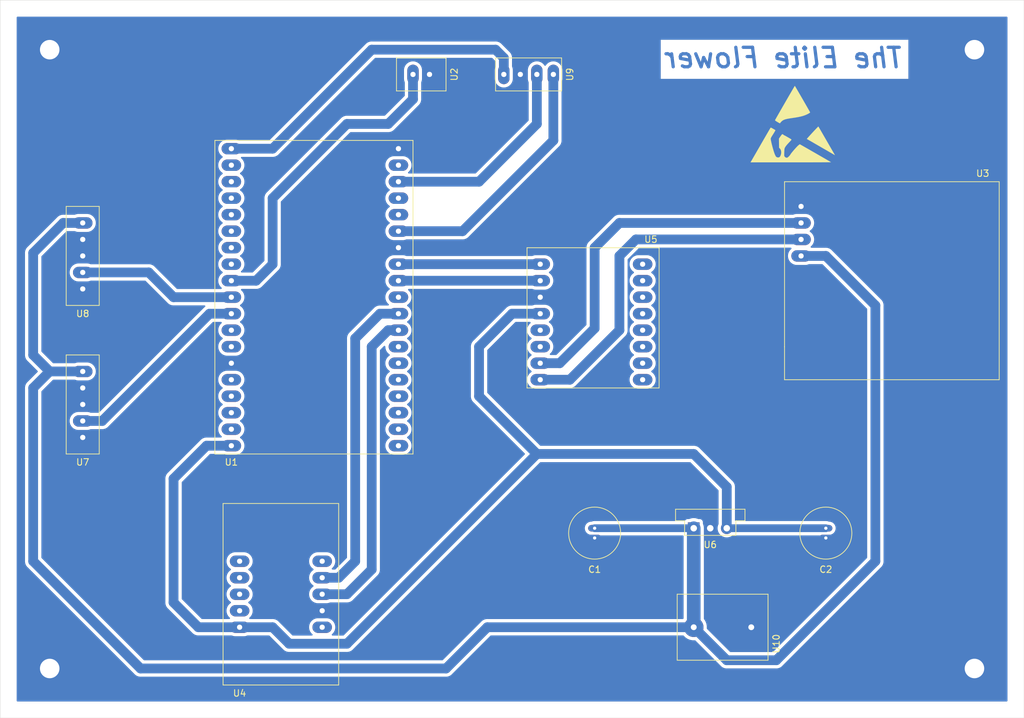
<source format=kicad_pcb>
(kicad_pcb (version 20171130) (host pcbnew "(5.1.6)-1")

  (general
    (thickness 1.6)
    (drawings 7)
    (tracks 86)
    (zones 0)
    (modules 13)
    (nets 56)
  )

  (page A4)
  (layers
    (0 F.Cu signal)
    (31 B.Cu signal)
    (32 B.Adhes user hide)
    (33 F.Adhes user hide)
    (34 B.Paste user hide)
    (35 F.Paste user hide)
    (36 B.SilkS user hide)
    (37 F.SilkS user)
    (38 B.Mask user hide)
    (39 F.Mask user hide)
    (40 Dwgs.User user hide)
    (41 Cmts.User user hide)
    (42 Eco1.User user hide)
    (43 Eco2.User user hide)
    (44 Edge.Cuts user)
    (45 Margin user hide)
    (46 B.CrtYd user hide)
    (47 F.CrtYd user hide)
    (48 B.Fab user hide)
    (49 F.Fab user)
  )

  (setup
    (last_trace_width 0.25)
    (user_trace_width 1.2)
    (user_trace_width 1.5)
    (user_trace_width 2.1)
    (trace_clearance 0.2)
    (zone_clearance 0.508)
    (zone_45_only no)
    (trace_min 0.2)
    (via_size 0.8)
    (via_drill 0.4)
    (via_min_size 0.4)
    (via_min_drill 0.3)
    (uvia_size 0.3)
    (uvia_drill 0.1)
    (uvias_allowed no)
    (uvia_min_size 0.2)
    (uvia_min_drill 0.1)
    (edge_width 0.05)
    (segment_width 0.2)
    (pcb_text_width 0.3)
    (pcb_text_size 1.5 1.5)
    (mod_edge_width 0.12)
    (mod_text_size 1 1)
    (mod_text_width 0.15)
    (pad_size 3 1.75)
    (pad_drill 0.8)
    (pad_to_mask_clearance 0.05)
    (aux_axis_origin 0 0)
    (visible_elements 7FFFFFFF)
    (pcbplotparams
      (layerselection 0x010fc_ffffffff)
      (usegerberextensions false)
      (usegerberattributes true)
      (usegerberadvancedattributes true)
      (creategerberjobfile true)
      (excludeedgelayer true)
      (linewidth 0.100000)
      (plotframeref false)
      (viasonmask false)
      (mode 1)
      (useauxorigin false)
      (hpglpennumber 1)
      (hpglpenspeed 20)
      (hpglpendiameter 15.000000)
      (psnegative false)
      (psa4output false)
      (plotreference true)
      (plotvalue true)
      (plotinvisibletext false)
      (padsonsilk false)
      (subtractmaskfromsilk false)
      (outputformat 1)
      (mirror false)
      (drillshape 1)
      (scaleselection 1)
      (outputdirectory "./"))
  )

  (net 0 "")
  (net 1 VCC_3V)
  (net 2 "Net-(U1-Pad2)")
  (net 3 "Net-(U1-Pad3)")
  (net 4 "Net-(U1-Pad4)")
  (net 5 "Net-(U1-Pad5)")
  (net 6 "Net-(U1-Pad6)")
  (net 7 "Net-(U1-Pad7)")
  (net 8 "Net-(U1-Pad8)")
  (net 9 LASER)
  (net 10 NO)
  (net 11 SI)
  (net 12 "Net-(U1-Pad12)")
  (net 13 "Net-(U1-Pad13)")
  (net 14 GND)
  (net 15 "Net-(U1-Pad15)")
  (net 16 "Net-(U1-Pad16)")
  (net 17 "Net-(U1-Pad17)")
  (net 18 "Net-(U1-Pad18)")
  (net 19 VCC_5V)
  (net 20 "Net-(U1-Pad20)")
  (net 21 "Net-(U1-Pad21)")
  (net 22 "Net-(U1-Pad22)")
  (net 23 "Net-(U1-Pad23)")
  (net 24 "Net-(U1-Pad24)")
  (net 25 "Net-(U1-Pad25)")
  (net 26 "Net-(U1-Pad26)")
  (net 27 RX_TX_BAR)
  (net 28 TX_RX_BAR)
  (net 29 "Net-(U1-Pad29)")
  (net 30 RX_TX_AUDIO)
  (net 31 TX_RX_AUDIO)
  (net 32 SDA)
  (net 33 "Net-(U1-Pad34)")
  (net 34 "Net-(U1-Pad35)")
  (net 35 SCL)
  (net 36 "Net-(U1-Pad37)")
  (net 37 VCC_12V)
  (net 38 AUDIO+)
  (net 39 AUDIO-)
  (net 40 "Net-(U4-Pad1)")
  (net 41 "Net-(U4-Pad2)")
  (net 42 "Net-(U4-Pad3)")
  (net 43 "Net-(U4-Pad4)")
  (net 44 "Net-(U4-Pad6)")
  (net 45 "Net-(U4-Pad10)")
  (net 46 "Net-(U5-Pad1)")
  (net 47 "Net-(U5-Pad2)")
  (net 48 "Net-(U5-Pad3)")
  (net 49 "Net-(U5-Pad4)")
  (net 50 "Net-(U5-Pad5)")
  (net 51 "Net-(U5-Pad7)")
  (net 52 "Net-(U5-Pad8)")
  (net 53 "Net-(U5-Pad13)")
  (net 54 "Net-(U5-Pad14)")
  (net 55 "Net-(U5-Pad6)")

  (net_class Default "This is the default net class."
    (clearance 0.2)
    (trace_width 0.25)
    (via_dia 0.8)
    (via_drill 0.4)
    (uvia_dia 0.3)
    (uvia_drill 0.1)
    (add_net AUDIO+)
    (add_net AUDIO-)
    (add_net GND)
    (add_net LASER)
    (add_net NO)
    (add_net "Net-(U1-Pad12)")
    (add_net "Net-(U1-Pad13)")
    (add_net "Net-(U1-Pad15)")
    (add_net "Net-(U1-Pad16)")
    (add_net "Net-(U1-Pad17)")
    (add_net "Net-(U1-Pad18)")
    (add_net "Net-(U1-Pad2)")
    (add_net "Net-(U1-Pad20)")
    (add_net "Net-(U1-Pad21)")
    (add_net "Net-(U1-Pad22)")
    (add_net "Net-(U1-Pad23)")
    (add_net "Net-(U1-Pad24)")
    (add_net "Net-(U1-Pad25)")
    (add_net "Net-(U1-Pad26)")
    (add_net "Net-(U1-Pad29)")
    (add_net "Net-(U1-Pad3)")
    (add_net "Net-(U1-Pad34)")
    (add_net "Net-(U1-Pad35)")
    (add_net "Net-(U1-Pad37)")
    (add_net "Net-(U1-Pad4)")
    (add_net "Net-(U1-Pad5)")
    (add_net "Net-(U1-Pad6)")
    (add_net "Net-(U1-Pad7)")
    (add_net "Net-(U1-Pad8)")
    (add_net "Net-(U4-Pad1)")
    (add_net "Net-(U4-Pad10)")
    (add_net "Net-(U4-Pad2)")
    (add_net "Net-(U4-Pad3)")
    (add_net "Net-(U4-Pad4)")
    (add_net "Net-(U4-Pad6)")
    (add_net "Net-(U5-Pad1)")
    (add_net "Net-(U5-Pad13)")
    (add_net "Net-(U5-Pad14)")
    (add_net "Net-(U5-Pad2)")
    (add_net "Net-(U5-Pad3)")
    (add_net "Net-(U5-Pad4)")
    (add_net "Net-(U5-Pad5)")
    (add_net "Net-(U5-Pad6)")
    (add_net "Net-(U5-Pad7)")
    (add_net "Net-(U5-Pad8)")
    (add_net RX_TX_AUDIO)
    (add_net RX_TX_BAR)
    (add_net SCL)
    (add_net SDA)
    (add_net SI)
    (add_net TX_RX_AUDIO)
    (add_net TX_RX_BAR)
    (add_net VCC_12V)
    (add_net VCC_3V)
    (add_net VCC_5V)
  )

  (module Covid:AMPLIFICADOR (layer F.Cu) (tedit 5EF767C9) (tstamp 5EF7C7ED)
    (at 151.13 73.66 180)
    (path /5EF8DDB4)
    (fp_text reference U3 (at -27.94 12.7) (layer F.SilkS)
      (effects (font (size 1 1) (thickness 0.15)))
    )
    (fp_text value AMPLIFICADOR (at -25.4 -20.32) (layer F.Fab)
      (effects (font (size 1 1) (thickness 0.15)))
    )
    (fp_line (start 2.54 11.43) (end 2.54 -13.97) (layer F.SilkS) (width 0.12))
    (fp_line (start 2.54 -13.97) (end 2.54 -19.05) (layer F.SilkS) (width 0.12))
    (fp_line (start 2.54 -19.05) (end -30.48 -19.05) (layer F.SilkS) (width 0.12))
    (fp_line (start -30.48 -19.05) (end -30.48 11.43) (layer F.SilkS) (width 0.12))
    (fp_line (start -30.48 11.43) (end 2.54 11.43) (layer F.SilkS) (width 0.12))
    (pad 4 thru_hole oval (at 0 7.62 180) (size 3 1.75) (drill 0.8) (layers *.Cu *.Mask)
      (net 14 GND) (zone_connect 2))
    (pad 3 thru_hole oval (at 0 5.08 180) (size 3 1.75) (drill 0.8) (layers *.Cu *.Mask)
      (net 39 AUDIO-))
    (pad 2 thru_hole oval (at 0 2.54 180) (size 3 1.75) (drill 0.8) (layers *.Cu *.Mask)
      (net 38 AUDIO+))
    (pad 1 thru_hole oval (at 0 0 180) (size 3 1.75) (drill 0.8) (layers *.Cu *.Mask)
      (net 37 VCC_12V))
  )

  (module Symbol:ESD-Logo_13.2x12mm_SilkScreen (layer F.Cu) (tedit 0) (tstamp 5EF7EC4C)
    (at 149.86 53.34)
    (descr "Electrostatic discharge Logo")
    (tags "Logo ESD")
    (attr virtual)
    (fp_text reference REF** (at 0 0) (layer F.SilkS) hide
      (effects (font (size 1 1) (thickness 0.15)))
    )
    (fp_text value ESD-Logo_13.2x12mm_SilkScreen (at 0.75 0) (layer F.Fab) hide
      (effects (font (size 1 1) (thickness 0.15)))
    )
    (fp_poly (pts (xy 0.328085 -5.828329) (xy 0.374129 -5.753509) (xy 0.445067 -5.634972) (xy 0.537991 -5.477763)
      (xy 0.649992 -5.286924) (xy 0.778162 -5.067499) (xy 0.919592 -4.824531) (xy 1.071373 -4.563063)
      (xy 1.230597 -4.28814) (xy 1.394356 -4.004803) (xy 1.55974 -3.718098) (xy 1.723842 -3.433066)
      (xy 1.883752 -3.154752) (xy 2.036562 -2.888198) (xy 2.179363 -2.638448) (xy 2.309247 -2.410545)
      (xy 2.423305 -2.209534) (xy 2.518629 -2.040456) (xy 2.59231 -1.908355) (xy 2.641439 -1.818276)
      (xy 2.663108 -1.77526) (xy 2.663902 -1.772571) (xy 2.637002 -1.73607) (xy 2.562227 -1.680236)
      (xy 2.44847 -1.61055) (xy 2.304623 -1.532491) (xy 2.154029 -1.458313) (xy 1.949119 -1.368365)
      (xy 1.733633 -1.287547) (xy 1.500146 -1.214062) (xy 1.241236 -1.146116) (xy 0.949479 -1.081912)
      (xy 0.617451 -1.019654) (xy 0.237731 -0.957546) (xy -0.155063 -0.89971) (xy -0.496332 -0.8484)
      (xy -0.78291 -0.797603) (xy -1.021985 -0.744796) (xy -1.220741 -0.687454) (xy -1.386365 -0.623053)
      (xy -1.526044 -0.549069) (xy -1.646964 -0.462976) (xy -1.756311 -0.36225) (xy -1.791572 -0.324833)
      (xy -1.868 -0.237721) (xy -1.924537 -0.166636) (xy -1.950765 -0.124833) (xy -1.951464 -0.121406)
      (xy -1.96064 -0.100388) (xy -1.992485 -0.100151) (xy -2.053469 -0.123491) (xy -2.150065 -0.173207)
      (xy -2.288746 -0.252095) (xy -2.385122 -0.308825) (xy -2.528834 -0.397506) (xy -2.640517 -0.473441)
      (xy -2.712666 -0.531168) (xy -2.737774 -0.565224) (xy -2.737759 -0.565471) (xy -2.722189 -0.597925)
      (xy -2.678217 -0.6792) (xy -2.608395 -0.804866) (xy -2.515275 -0.970495) (xy -2.401411 -1.171656)
      (xy -2.269354 -1.40392) (xy -2.121657 -1.662857) (xy -1.960872 -1.944039) (xy -1.789552 -2.243035)
      (xy -1.610249 -2.555416) (xy -1.425515 -2.876752) (xy -1.237902 -3.202614) (xy -1.049964 -3.528573)
      (xy -0.864253 -3.850199) (xy -0.68332 -4.163063) (xy -0.509719 -4.462734) (xy -0.346001 -4.744784)
      (xy -0.194719 -5.004782) (xy -0.058426 -5.238301) (xy 0.060326 -5.440909) (xy 0.158985 -5.608177)
      (xy 0.234999 -5.735676) (xy 0.285814 -5.818977) (xy 0.308879 -5.85365) (xy 0.309845 -5.85439)
      (xy 0.328085 -5.828329)) (layer F.SilkS) (width 0.01))
    (fp_poly (pts (xy 3.975056 0.469238) (xy 3.997816 0.507386) (xy 4.048975 0.594843) (xy 4.126004 0.727238)
      (xy 4.226372 0.900204) (xy 4.347549 1.10937) (xy 4.487006 1.350367) (xy 4.642213 1.618824)
      (xy 4.81064 1.910374) (xy 4.989757 2.220646) (xy 5.173995 2.54) (xy 5.362152 2.866235)
      (xy 5.542803 3.179418) (xy 5.71333 3.475012) (xy 5.871114 3.74848) (xy 6.013538 3.995284)
      (xy 6.137981 4.210889) (xy 6.241826 4.390755) (xy 6.322455 4.530347) (xy 6.377248 4.625128)
      (xy 6.403013 4.669573) (xy 6.445014 4.744661) (xy 6.46785 4.791663) (xy 6.469102 4.799841)
      (xy 6.441272 4.784484) (xy 6.363881 4.740407) (xy 6.240973 4.669942) (xy 6.076595 4.575422)
      (xy 5.874792 4.459178) (xy 5.639609 4.323542) (xy 5.375091 4.170848) (xy 5.085284 4.003428)
      (xy 4.774233 3.823613) (xy 4.445984 3.633735) (xy 4.321097 3.561464) (xy 3.986974 3.368167)
      (xy 3.668147 3.183877) (xy 3.368709 3.01095) (xy 3.092752 2.851743) (xy 2.84437 2.70861)
      (xy 2.627653 2.58391) (xy 2.446696 2.479996) (xy 2.305591 2.399227) (xy 2.20843 2.343957)
      (xy 2.159307 2.316544) (xy 2.15417 2.313948) (xy 2.169138 2.290441) (xy 2.221227 2.227591)
      (xy 2.305117 2.131188) (xy 2.415492 2.00702) (xy 2.547034 1.860879) (xy 2.694424 1.698553)
      (xy 2.852345 1.525832) (xy 3.015479 1.348506) (xy 3.178508 1.172365) (xy 3.336114 1.003198)
      (xy 3.482979 0.846795) (xy 3.613786 0.708945) (xy 3.723216 0.595439) (xy 3.805953 0.512065)
      (xy 3.834328 0.484726) (xy 3.928359 0.396403) (xy 3.975056 0.469238)) (layer F.SilkS) (width 0.01))
    (fp_poly (pts (xy -3.355813 0.582317) (xy -3.290763 0.607473) (xy -3.191615 0.657425) (xy -3.049253 0.735752)
      (xy -3.038168 0.741977) (xy -2.907053 0.816952) (xy -2.796404 0.882638) (xy -2.71709 0.93241)
      (xy -2.679977 0.959641) (xy -2.678939 0.960974) (xy -2.687904 0.99878) (xy -2.729029 1.08321)
      (xy -2.799634 1.209665) (xy -2.89704 1.373544) (xy -3.018565 1.570245) (xy -3.161529 1.79517)
      (xy -3.19711 1.850331) (xy -3.289814 2.003398) (xy -3.357317 2.135112) (xy -3.393695 2.233565)
      (xy -3.397428 2.253014) (xy -3.395771 2.338624) (xy -3.377212 2.474418) (xy -3.344064 2.651687)
      (xy -3.29864 2.861719) (xy -3.243254 3.095804) (xy -3.18022 3.345232) (xy -3.11185 3.60129)
      (xy -3.040458 3.855269) (xy -2.968359 4.098457) (xy -2.897864 4.322145) (xy -2.831288 4.517621)
      (xy -2.770945 4.676174) (xy -2.728879 4.770244) (xy -2.679327 4.870451) (xy -2.63254 4.966337)
      (xy -2.630007 4.971586) (xy -2.552603 5.06844) (xy -2.439632 5.133656) (xy -2.308122 5.164909)
      (xy -2.175099 5.159875) (xy -2.05759 5.116228) (xy -1.991484 5.058764) (xy -1.896282 4.901166)
      (xy -1.826522 4.704756) (xy -1.788247 4.489559) (xy -1.782824 4.367561) (xy -1.804661 4.13987)
      (xy -1.868753 3.95132) (xy -1.978549 3.792759) (xy -2.012787 3.757467) (xy -2.114678 3.65847)
      (xy -2.128672 2.258978) (xy -1.950365 1.989062) (xy -1.866693 1.866891) (xy -1.786111 1.756987)
      (xy -1.720115 1.674673) (xy -1.691748 1.644384) (xy -1.611438 1.569621) (xy -1.50267 1.628196)
      (xy -1.433923 1.670168) (xy -1.396308 1.702756) (xy -1.393903 1.708615) (xy -1.368194 1.733456)
      (xy -1.324208 1.751954) (xy -1.281701 1.768626) (xy -1.216613 1.800299) (xy -1.123356 1.850066)
      (xy -0.996342 1.921018) (xy -0.829984 2.016247) (xy -0.618695 2.138844) (xy -0.503876 2.205864)
      (xy -0.368813 2.286143) (xy -0.28023 2.343319) (xy -0.23029 2.384078) (xy -0.211154 2.415107)
      (xy -0.214984 2.443092) (xy -0.218178 2.449593) (xy -0.249248 2.490533) (xy -0.315729 2.56733)
      (xy -0.409876 2.671393) (xy -0.523944 2.794132) (xy -0.6226 2.89818) (xy -0.849941 3.145134)
      (xy -1.02779 3.359183) (xy -1.157733 3.54248) (xy -1.241358 3.697176) (xy -1.269566 3.775732)
      (xy -1.281217 3.844498) (xy -1.293251 3.961799) (xy -1.304609 4.114234) (xy -1.314233 4.288404)
      (xy -1.318762 4.398537) (xy -1.325082 4.588929) (xy -1.327863 4.728124) (xy -1.326285 4.826819)
      (xy -1.319531 4.895708) (xy -1.306784 4.945487) (xy -1.287227 4.98685) (xy -1.271866 5.012106)
      (xy -1.183158 5.109453) (xy -1.068853 5.177291) (xy -0.948584 5.206876) (xy -0.858455 5.196172)
      (xy -0.776848 5.149861) (xy -0.674553 5.066924) (xy -0.565917 4.961825) (xy -0.465287 4.849032)
      (xy -0.387012 4.74301) (xy -0.358191 4.691778) (xy -0.315018 4.621628) (xy -0.236495 4.514778)
      (xy -0.129797 4.379578) (xy -0.002097 4.224381) (xy 0.139429 4.057536) (xy 0.287607 3.887396)
      (xy 0.435263 3.722311) (xy 0.575222 3.570633) (xy 0.70031 3.440713) (xy 0.79852 3.345339)
      (xy 0.907557 3.250065) (xy 0.999284 3.179817) (xy 1.063621 3.141898) (xy 1.084978 3.137729)
      (xy 1.117706 3.154548) (xy 1.199341 3.199692) (xy 1.325172 3.270449) (xy 1.490488 3.364109)
      (xy 1.690578 3.477962) (xy 1.920732 3.609298) (xy 2.176238 3.755406) (xy 2.452387 3.913576)
      (xy 2.744467 4.081097) (xy 3.047768 4.255259) (xy 3.357579 4.433352) (xy 3.669189 4.612665)
      (xy 3.977888 4.790487) (xy 4.278964 4.964109) (xy 4.567708 5.130819) (xy 4.839408 5.287908)
      (xy 5.089354 5.432666) (xy 5.312834 5.56238) (xy 5.505139 5.674342) (xy 5.661557 5.765841)
      (xy 5.777378 5.834167) (xy 5.847891 5.876608) (xy 5.868329 5.889927) (xy 5.840803 5.89256)
      (xy 5.754208 5.895118) (xy 5.611428 5.897592) (xy 5.415346 5.899966) (xy 5.168844 5.902231)
      (xy 4.874806 5.904373) (xy 4.536114 5.906379) (xy 4.155652 5.908238) (xy 3.736301 5.909937)
      (xy 3.280946 5.911464) (xy 2.792469 5.912807) (xy 2.273753 5.913952) (xy 1.727681 5.914889)
      (xy 1.157136 5.915604) (xy 0.565 5.916085) (xy -0.045843 5.916319) (xy -0.302152 5.916342)
      (xy -6.502061 5.916342) (xy -6.059894 5.149695) (xy -5.966289 4.98736) (xy -5.845796 4.778332)
      (xy -5.702444 4.529603) (xy -5.540262 4.248164) (xy -5.363277 3.941007) (xy -5.17552 3.615125)
      (xy -4.981018 3.277509) (xy -4.7838 2.935151) (xy -4.587895 2.595043) (xy -4.538351 2.509025)
      (xy -4.357696 2.195715) (xy -4.185422 1.897606) (xy -4.024116 1.619136) (xy -3.876368 1.364743)
      (xy -3.744767 1.138864) (xy -3.631901 0.945937) (xy -3.540359 0.790401) (xy -3.47273 0.676692)
      (xy -3.431604 0.60925) (xy -3.420095 0.59208) (xy -3.395885 0.578379) (xy -3.355813 0.582317)) (layer F.SilkS) (width 0.01))
  )

  (module Covid:ESP32 (layer F.Cu) (tedit 5EF7639B) (tstamp 5EF7C7D5)
    (at 63.5 57.15)
    (path /5EF74396)
    (fp_text reference U1 (at 0 48.26) (layer F.SilkS)
      (effects (font (size 1 1) (thickness 0.15)))
    )
    (fp_text value ESP32 (at 0 -2.54) (layer F.Fab)
      (effects (font (size 1 1) (thickness 0.15)))
    )
    (fp_line (start -2.54 -1.27) (end 27.94 -1.27) (layer F.SilkS) (width 0.12))
    (fp_line (start 27.94 -1.27) (end 27.94 46.99) (layer F.SilkS) (width 0.12))
    (fp_line (start 27.94 46.99) (end -2.54 46.99) (layer F.SilkS) (width 0.12))
    (fp_line (start -2.54 46.99) (end -2.54 -1.27) (layer F.SilkS) (width 0.12))
    (pad 1 thru_hole oval (at 0 0) (size 3 1.75) (drill 0.8) (layers *.Cu *.Mask)
      (net 1 VCC_3V))
    (pad 2 thru_hole oval (at 0 2.54) (size 3 1.75) (drill 0.8) (layers *.Cu *.Mask)
      (net 2 "Net-(U1-Pad2)"))
    (pad 3 thru_hole oval (at 0 5.08) (size 3 1.75) (drill 0.8) (layers *.Cu *.Mask)
      (net 3 "Net-(U1-Pad3)"))
    (pad 4 thru_hole oval (at 0 7.62) (size 3 1.75) (drill 0.8) (layers *.Cu *.Mask)
      (net 4 "Net-(U1-Pad4)"))
    (pad 5 thru_hole oval (at 0 10.16) (size 3 1.75) (drill 0.8) (layers *.Cu *.Mask)
      (net 5 "Net-(U1-Pad5)"))
    (pad 6 thru_hole oval (at 0 12.7) (size 3 1.75) (drill 0.8) (layers *.Cu *.Mask)
      (net 6 "Net-(U1-Pad6)"))
    (pad 7 thru_hole oval (at 0 15.24) (size 3 1.75) (drill 0.8) (layers *.Cu *.Mask)
      (net 7 "Net-(U1-Pad7)"))
    (pad 8 thru_hole oval (at 0 17.78) (size 3 1.75) (drill 0.8) (layers *.Cu *.Mask)
      (net 8 "Net-(U1-Pad8)"))
    (pad 9 thru_hole oval (at 0 20.32) (size 3 1.75) (drill 0.8) (layers *.Cu *.Mask)
      (net 9 LASER))
    (pad 10 thru_hole oval (at 0 22.86) (size 3 1.75) (drill 0.8) (layers *.Cu *.Mask)
      (net 10 NO))
    (pad 11 thru_hole oval (at 0 25.4) (size 3 1.75) (drill 0.8) (layers *.Cu *.Mask)
      (net 11 SI))
    (pad 12 thru_hole oval (at 0 27.94) (size 3 1.75) (drill 0.8) (layers *.Cu *.Mask)
      (net 12 "Net-(U1-Pad12)"))
    (pad 13 thru_hole oval (at 0 30.48) (size 3 1.75) (drill 0.8) (layers *.Cu *.Mask)
      (net 13 "Net-(U1-Pad13)"))
    (pad 14 thru_hole oval (at 0 33.02) (size 3 1.75) (drill 0.8) (layers *.Cu *.Mask)
      (net 14 GND) (zone_connect 2))
    (pad 15 thru_hole oval (at 0 35.56) (size 3 1.75) (drill 0.8) (layers *.Cu *.Mask)
      (net 15 "Net-(U1-Pad15)"))
    (pad 16 thru_hole oval (at 0 38.1) (size 3 1.75) (drill 0.8) (layers *.Cu *.Mask)
      (net 16 "Net-(U1-Pad16)"))
    (pad 17 thru_hole oval (at 0 40.64) (size 3 1.75) (drill 0.8) (layers *.Cu *.Mask)
      (net 17 "Net-(U1-Pad17)"))
    (pad 18 thru_hole oval (at 0 43.18) (size 3 1.75) (drill 0.8) (layers *.Cu *.Mask)
      (net 18 "Net-(U1-Pad18)"))
    (pad 19 thru_hole oval (at 0 45.72) (size 3 1.75) (drill 0.8) (layers *.Cu *.Mask)
      (net 19 VCC_5V))
    (pad 20 thru_hole oval (at 25.7 45.72) (size 3 1.75) (drill 0.8) (layers *.Cu *.Mask)
      (net 20 "Net-(U1-Pad20)"))
    (pad 21 thru_hole oval (at 25.7 43.18) (size 3 1.75) (drill 0.8) (layers *.Cu *.Mask)
      (net 21 "Net-(U1-Pad21)"))
    (pad 22 thru_hole oval (at 25.7 40.64) (size 3 1.75) (drill 0.8) (layers *.Cu *.Mask)
      (net 22 "Net-(U1-Pad22)"))
    (pad 23 thru_hole oval (at 25.7 38.1) (size 3 1.75) (drill 0.8) (layers *.Cu *.Mask)
      (net 23 "Net-(U1-Pad23)"))
    (pad 24 thru_hole oval (at 25.7 35.56) (size 3 1.75) (drill 0.8) (layers *.Cu *.Mask)
      (net 24 "Net-(U1-Pad24)"))
    (pad 25 thru_hole oval (at 25.7 33.02) (size 3 1.75) (drill 0.8) (layers *.Cu *.Mask)
      (net 25 "Net-(U1-Pad25)"))
    (pad 26 thru_hole oval (at 25.7 30.48) (size 3 1.75) (drill 0.8) (layers *.Cu *.Mask)
      (net 26 "Net-(U1-Pad26)"))
    (pad 27 thru_hole oval (at 25.7 27.94) (size 3 1.75) (drill 0.8) (layers *.Cu *.Mask)
      (net 27 RX_TX_BAR))
    (pad 28 thru_hole oval (at 25.7 25.4) (size 3 1.75) (drill 0.8) (layers *.Cu *.Mask)
      (net 28 TX_RX_BAR))
    (pad 29 thru_hole oval (at 25.7 22.86) (size 3 1.75) (drill 0.8) (layers *.Cu *.Mask)
      (net 29 "Net-(U1-Pad29)"))
    (pad 30 thru_hole oval (at 25.7 20.32) (size 3 1.75) (drill 0.8) (layers *.Cu *.Mask)
      (net 30 RX_TX_AUDIO))
    (pad 31 thru_hole oval (at 25.7 17.78) (size 3 1.75) (drill 0.8) (layers *.Cu *.Mask)
      (net 31 TX_RX_AUDIO))
    (pad 32 thru_hole oval (at 25.7 15.24) (size 3 1.75) (drill 0.8) (layers *.Cu *.Mask)
      (net 14 GND) (zone_connect 2))
    (pad 33 thru_hole oval (at 25.7 12.7) (size 3 1.75) (drill 0.8) (layers *.Cu *.Mask)
      (net 32 SDA))
    (pad 34 thru_hole oval (at 25.7 10.16) (size 3 1.75) (drill 0.8) (layers *.Cu *.Mask)
      (net 33 "Net-(U1-Pad34)"))
    (pad 35 thru_hole oval (at 25.7 7.62) (size 3 1.75) (drill 0.8) (layers *.Cu *.Mask)
      (net 34 "Net-(U1-Pad35)"))
    (pad 36 thru_hole oval (at 25.7 5.08) (size 3 1.75) (drill 0.8) (layers *.Cu *.Mask)
      (net 35 SCL))
    (pad 37 thru_hole oval (at 25.7 2.54) (size 3 1.75) (drill 0.8) (layers *.Cu *.Mask)
      (net 36 "Net-(U1-Pad37)"))
    (pad 38 thru_hole oval (at 25.7 0) (size 3 1.75) (drill 0.8) (layers *.Cu *.Mask)
      (net 14 GND) (zone_connect 2))
  )

  (module Covid:LASER (layer F.Cu) (tedit 5EF763A1) (tstamp 5EF7C7E0)
    (at 91.44 45.72 90)
    (path /5EF94F73)
    (fp_text reference U2 (at 0 6.35 90) (layer F.SilkS)
      (effects (font (size 1 1) (thickness 0.15)))
    )
    (fp_text value LASER (at 0 -3.81 90) (layer F.Fab)
      (effects (font (size 1 1) (thickness 0.15)))
    )
    (fp_line (start -2.54 -1.27) (end -2.54 5.08) (layer F.SilkS) (width 0.12))
    (fp_line (start -2.54 5.08) (end 2.54 5.08) (layer F.SilkS) (width 0.12))
    (fp_line (start 2.54 5.08) (end 2.54 -2.54) (layer F.SilkS) (width 0.12))
    (fp_line (start 2.54 -2.54) (end -2.54 -2.54) (layer F.SilkS) (width 0.12))
    (fp_line (start -2.54 -2.54) (end -2.54 -1.27) (layer F.SilkS) (width 0.12))
    (pad 1 thru_hole oval (at 0 0 90) (size 3 1.75) (drill 0.8) (layers *.Cu *.Mask)
      (net 9 LASER))
    (pad 2 thru_hole oval (at 0 2.54 90) (size 3 1.75) (drill 0.8) (layers *.Cu *.Mask)
      (net 14 GND) (zone_connect 2))
  )

  (module Covid:TRINKET_M0 (layer F.Cu) (tedit 5EF76441) (tstamp 5EF7C7FF)
    (at 64.77 125.73)
    (path /5EF75D2C)
    (fp_text reference U4 (at 0 15.24) (layer F.SilkS)
      (effects (font (size 1 1) (thickness 0.15)))
    )
    (fp_text value Trinket_M0 (at 1.27 -15.24) (layer F.Fab)
      (effects (font (size 1 1) (thickness 0.15)))
    )
    (fp_line (start -2.54 -13.97) (end 15.24 -13.97) (layer F.SilkS) (width 0.12))
    (fp_line (start 15.24 -13.97) (end 15.24 13.97) (layer F.SilkS) (width 0.12))
    (fp_line (start 15.24 13.97) (end -2.54 13.97) (layer F.SilkS) (width 0.12))
    (fp_line (start -2.54 13.97) (end -2.54 -13.97) (layer F.SilkS) (width 0.12))
    (pad 1 thru_hole oval (at 0 -5.08) (size 3 1.75) (drill 0.8) (layers *.Cu *.Mask)
      (net 40 "Net-(U4-Pad1)"))
    (pad 2 thru_hole oval (at 0 -2.54) (size 3 1.75) (drill 0.8) (layers *.Cu *.Mask)
      (net 41 "Net-(U4-Pad2)"))
    (pad 3 thru_hole oval (at 0 0) (size 3 1.75) (drill 0.8) (layers *.Cu *.Mask)
      (net 42 "Net-(U4-Pad3)"))
    (pad 4 thru_hole oval (at 0 2.54) (size 3 1.75) (drill 0.8) (layers *.Cu *.Mask)
      (net 43 "Net-(U4-Pad4)"))
    (pad 5 thru_hole oval (at 0 5.08) (size 3 1.75) (drill 0.8) (layers *.Cu *.Mask)
      (net 19 VCC_5V))
    (pad 6 thru_hole oval (at 12.7 5.08) (size 3 1.75) (drill 0.8) (layers *.Cu *.Mask)
      (net 44 "Net-(U4-Pad6)"))
    (pad 7 thru_hole oval (at 12.7 2.54) (size 3 1.75) (drill 0.8) (layers *.Cu *.Mask)
      (net 14 GND) (zone_connect 2))
    (pad 8 thru_hole oval (at 12.7 0) (size 3 1.75) (drill 0.8) (layers *.Cu *.Mask)
      (net 27 RX_TX_BAR))
    (pad 9 thru_hole oval (at 12.7 -2.54) (size 3 1.75) (drill 0.8) (layers *.Cu *.Mask)
      (net 28 TX_RX_BAR))
    (pad 10 thru_hole oval (at 12.7 -5.08) (size 3 1.75) (drill 0.8) (layers *.Cu *.Mask)
      (net 45 "Net-(U4-Pad10)"))
  )

  (module Covid:JQ6500-16p (layer F.Cu) (tedit 5EF763BA) (tstamp 5EF7C817)
    (at 126.760001 92.71 180)
    (path /5EF754ED)
    (fp_text reference U5 (at -1.27 21.59) (layer F.SilkS)
      (effects (font (size 1 1) (thickness 0.15)))
    )
    (fp_text value JQ6500-16P (at 1.27 -2.54) (layer F.Fab)
      (effects (font (size 1 1) (thickness 0.15)))
    )
    (fp_line (start -2.54 -1.27) (end -2.54 20.32) (layer F.SilkS) (width 0.12))
    (fp_line (start -2.54 20.32) (end 17.78 20.32) (layer F.SilkS) (width 0.12))
    (fp_line (start 17.78 20.32) (end 17.78 -1.27) (layer F.SilkS) (width 0.12))
    (fp_line (start 17.78 -1.27) (end -2.54 -1.27) (layer F.SilkS) (width 0.12))
    (pad 1 thru_hole oval (at 0 0 180) (size 3 1.75) (drill 0.8) (layers *.Cu *.Mask)
      (net 46 "Net-(U5-Pad1)"))
    (pad 2 thru_hole oval (at 0 2.54 180) (size 3 1.75) (drill 0.8) (layers *.Cu *.Mask)
      (net 47 "Net-(U5-Pad2)"))
    (pad 3 thru_hole oval (at 0 5.08 180) (size 3 1.75) (drill 0.8) (layers *.Cu *.Mask)
      (net 48 "Net-(U5-Pad3)"))
    (pad 4 thru_hole oval (at 0 7.62 180) (size 3 1.75) (drill 0.8) (layers *.Cu *.Mask)
      (net 49 "Net-(U5-Pad4)"))
    (pad 5 thru_hole oval (at 0 10.16 180) (size 3 1.75) (drill 0.8) (layers *.Cu *.Mask)
      (net 50 "Net-(U5-Pad5)"))
    (pad 6 thru_hole oval (at 0 12.7 180) (size 3 1.75) (drill 0.8) (layers *.Cu *.Mask)
      (net 55 "Net-(U5-Pad6)") (zone_connect 2))
    (pad 7 thru_hole oval (at 0 15.24 180) (size 3 1.75) (drill 0.8) (layers *.Cu *.Mask)
      (net 51 "Net-(U5-Pad7)"))
    (pad 8 thru_hole oval (at 0 17.78 180) (size 3 1.75) (drill 0.8) (layers *.Cu *.Mask)
      (net 52 "Net-(U5-Pad8)"))
    (pad 9 thru_hole oval (at 15.75 17.78 180) (size 3 1.75) (drill 0.8) (layers *.Cu *.Mask)
      (net 31 TX_RX_AUDIO))
    (pad 10 thru_hole oval (at 15.75 15.24 180) (size 3 1.75) (drill 0.8) (layers *.Cu *.Mask)
      (net 30 RX_TX_AUDIO))
    (pad 11 thru_hole oval (at 15.75 12.7 180) (size 3 1.75) (drill 0.8) (layers *.Cu *.Mask)
      (net 14 GND) (zone_connect 2))
    (pad 12 thru_hole oval (at 15.75 10.16 180) (size 3 1.75) (drill 0.8) (layers *.Cu *.Mask)
      (net 19 VCC_5V))
    (pad 13 thru_hole oval (at 15.75 7.62 180) (size 3 1.75) (drill 0.8) (layers *.Cu *.Mask)
      (net 53 "Net-(U5-Pad13)"))
    (pad 14 thru_hole oval (at 15.75 5.08 180) (size 3 1.75) (drill 0.8) (layers *.Cu *.Mask)
      (net 54 "Net-(U5-Pad14)"))
    (pad 15 thru_hole oval (at 15.75 2.54 180) (size 3 1.75) (drill 0.8) (layers *.Cu *.Mask)
      (net 39 AUDIO-))
    (pad 16 thru_hole oval (at 15.75 0 180) (size 3 1.75) (drill 0.8) (layers *.Cu *.Mask)
      (net 38 AUDIO+))
  )

  (module Converter_DCDC:Converter_DCDC_muRata_OKI-78SR_Vertical (layer F.Cu) (tedit 5EF7643A) (tstamp 5EF7C83E)
    (at 134.62 115.57)
    (descr https://power.murata.com/data/power/oki-78sr.pdf)
    (tags "78sr3.3 78sr5 78sr9 78sr12 78srXX")
    (path /5EF9981F)
    (fp_text reference U6 (at 2.54 2.54 180) (layer F.SilkS)
      (effects (font (size 1 1) (thickness 0.15)))
    )
    (fp_text value L7805 (at 2.54 4.445 180) (layer F.Fab)
      (effects (font (size 1 1) (thickness 0.15)))
    )
    (fp_line (start -2.79 -2.92) (end -2.79 -1.14) (layer F.SilkS) (width 0.12))
    (fp_line (start 7.88 -2.92) (end -2.79 -2.92) (layer F.SilkS) (width 0.12))
    (fp_line (start 7.88 -1.15) (end 7.88 -2.92) (layer F.SilkS) (width 0.12))
    (fp_line (start -2.667 -1.27) (end -2.667 3.302) (layer F.Fab) (width 0.1))
    (fp_line (start -2.667 -1.27) (end 7.747 -1.27) (layer F.Fab) (width 0.1))
    (fp_line (start -2.667 -2.794) (end -2.667 -1.27) (layer F.Fab) (width 0.1))
    (fp_line (start -2.667 -2.794) (end 7.747 -2.794) (layer F.Fab) (width 0.1))
    (fp_line (start -2.286 -5.334) (end -2.286 -2.794) (layer F.Fab) (width 0.1))
    (fp_line (start 7.366 -5.334) (end -2.286 -5.334) (layer F.Fab) (width 0.1))
    (fp_line (start 7.366 -2.794) (end 7.366 -5.334) (layer F.Fab) (width 0.1))
    (fp_line (start 5.4864 0.762) (end 4.6736 0.762) (layer F.Fab) (width 0.1))
    (fp_line (start 2.9464 0.762) (end 2.1336 0.762) (layer F.Fab) (width 0.1))
    (fp_line (start 0.4064 0.762) (end -0.4064 0.762) (layer F.Fab) (width 0.1))
    (fp_line (start -1.27 0.762) (end -0.4064 0.762) (layer F.Fab) (width 0.1))
    (fp_line (start 0.4064 0.762) (end 2.1336 0.762) (layer F.Fab) (width 0.1))
    (fp_line (start 2.9464 0.762) (end 4.6736 0.762) (layer F.Fab) (width 0.1))
    (fp_line (start 5.4864 0.762) (end 6.35 0.762) (layer F.Fab) (width 0.1))
    (fp_line (start 6.35 -1.27) (end 6.35 0.762) (layer F.Fab) (width 0.1))
    (fp_line (start -1.27 0.762) (end -1.27 -1.27) (layer F.Fab) (width 0.1))
    (fp_line (start 7.747 -2.794) (end 7.747 -1.27) (layer F.Fab) (width 0.1))
    (fp_line (start 7.747 -1.27) (end 7.747 3.302) (layer F.Fab) (width 0.1))
    (fp_line (start 7.747 3.302) (end -2.667 3.302) (layer F.Fab) (width 0.1))
    (fp_line (start 7.88 -1.14) (end 6.48 -1.14) (layer F.SilkS) (width 0.12))
    (fp_line (start 6.48 -1.14) (end 6.48 1.1) (layer F.SilkS) (width 0.12))
    (fp_line (start 6.48 1.1) (end -1.4 1.1) (layer F.SilkS) (width 0.12))
    (fp_line (start -1.4 1.1) (end -1.4 -1.14) (layer F.SilkS) (width 0.12))
    (fp_line (start -1.4 -1.14) (end -2.79 -1.14) (layer F.SilkS) (width 0.12))
    (fp_line (start -2.91 3.41) (end 8 3.41) (layer F.CrtYd) (width 0.05))
    (fp_line (start 8 3.41) (end 8 -5.44) (layer F.CrtYd) (width 0.05))
    (fp_line (start 8 -5.44) (end -2.91 -5.44) (layer F.CrtYd) (width 0.05))
    (fp_line (start -2.91 -5.44) (end -2.91 3.41) (layer F.CrtYd) (width 0.05))
    (fp_text user %R (at 2.54 -1.9558 180) (layer F.Fab)
      (effects (font (size 1 1) (thickness 0.15)))
    )
    (pad 3 thru_hole circle (at 5.08 0) (size 1.8 1.8) (drill 1) (layers *.Cu *.Mask)
      (net 19 VCC_5V))
    (pad 2 thru_hole circle (at 2.54 0) (size 1.8 1.8) (drill 1) (layers *.Cu *.Mask)
      (net 14 GND) (zone_connect 2))
    (pad 1 thru_hole rect (at 0 0) (size 1.8 1.8) (drill 1) (layers *.Cu *.Mask)
      (net 37 VCC_12V))
    (model ${KISYS3DMOD}/Converter_DCDC.3dshapes/Converter_DCDC_muRata_OKI-78sr_vertical.wrl
      (at (xyz 0 0 0))
      (scale (xyz 1 1 1))
      (rotate (xyz 0 0 0))
    )
  )

  (module Covid:BOTON_IR (layer F.Cu) (tedit 5EF76384) (tstamp 5EF7C84C)
    (at 40.64 91.44)
    (path /5EF7BAF1)
    (fp_text reference U7 (at 0 13.97) (layer F.SilkS)
      (effects (font (size 1 1) (thickness 0.15)))
    )
    (fp_text value Boton_IR (at 1.27 -3.81) (layer F.Fab)
      (effects (font (size 1 1) (thickness 0.15)))
    )
    (fp_line (start -2.54 -1.27) (end -2.54 12.7) (layer F.SilkS) (width 0.12))
    (fp_line (start -2.54 12.7) (end 2.54 12.7) (layer F.SilkS) (width 0.12))
    (fp_line (start 2.54 12.7) (end 2.54 -2.54) (layer F.SilkS) (width 0.12))
    (fp_line (start 2.54 -2.54) (end -2.54 -2.54) (layer F.SilkS) (width 0.12))
    (fp_line (start -2.54 -2.54) (end -2.54 -1.27) (layer F.SilkS) (width 0.12))
    (pad 1 thru_hole oval (at 0 0) (size 3 1.75) (drill 0.8) (layers *.Cu *.Mask)
      (net 37 VCC_12V))
    (pad 2 thru_hole oval (at 0 2.54) (size 3 1.75) (drill 0.8) (layers *.Cu *.Mask)
      (net 14 GND) (zone_connect 2))
    (pad 3 thru_hole oval (at 0 5.08) (size 3 1.75) (drill 0.8) (layers *.Cu *.Mask)
      (net 14 GND) (zone_connect 2))
    (pad 4 thru_hole oval (at 0 7.62) (size 3 1.75) (drill 0.8) (layers *.Cu *.Mask)
      (net 11 SI))
    (pad 5 thru_hole oval (at 0 10.16) (size 3 1.75) (drill 0.8) (layers *.Cu *.Mask)
      (net 14 GND) (zone_connect 2))
  )

  (module Covid:BOTON_IR (layer F.Cu) (tedit 5EF7636E) (tstamp 5EF7C85A)
    (at 40.64 68.58)
    (path /5EF7BFC5)
    (fp_text reference U8 (at 0 13.97) (layer F.SilkS)
      (effects (font (size 1 1) (thickness 0.15)))
    )
    (fp_text value Boton_IR (at 1.27 -3.81) (layer F.Fab)
      (effects (font (size 1 1) (thickness 0.15)))
    )
    (fp_line (start -2.54 -2.54) (end -2.54 -1.27) (layer F.SilkS) (width 0.12))
    (fp_line (start 2.54 -2.54) (end -2.54 -2.54) (layer F.SilkS) (width 0.12))
    (fp_line (start 2.54 12.7) (end 2.54 -2.54) (layer F.SilkS) (width 0.12))
    (fp_line (start -2.54 12.7) (end 2.54 12.7) (layer F.SilkS) (width 0.12))
    (fp_line (start -2.54 -1.27) (end -2.54 12.7) (layer F.SilkS) (width 0.12))
    (pad 5 thru_hole oval (at 0 10.16) (size 3 1.75) (drill 0.8) (layers *.Cu *.Mask)
      (net 14 GND) (zone_connect 2))
    (pad 4 thru_hole oval (at 0 7.62) (size 3 1.75) (drill 0.8) (layers *.Cu *.Mask)
      (net 10 NO))
    (pad 3 thru_hole oval (at 0 5.08) (size 3 1.75) (drill 0.8) (layers *.Cu *.Mask)
      (net 14 GND) (zone_connect 2))
    (pad 2 thru_hole oval (at 0 2.54) (size 3 1.75) (drill 0.8) (layers *.Cu *.Mask)
      (net 14 GND) (zone_connect 2))
    (pad 1 thru_hole oval (at 0 0) (size 3 1.75) (drill 0.8) (layers *.Cu *.Mask)
      (net 37 VCC_12V))
  )

  (module Covid:MXL90614 (layer F.Cu) (tedit 5EF763AE) (tstamp 5EF7C866)
    (at 105.41 45.72 90)
    (path /5EF7C6F5)
    (fp_text reference U9 (at 0 10.16 90) (layer F.SilkS)
      (effects (font (size 1 1) (thickness 0.15)))
    )
    (fp_text value MLX90614 (at 1.27 -2.54 90) (layer F.Fab)
      (effects (font (size 1 1) (thickness 0.15)))
    )
    (fp_line (start -2.54 -1.27) (end 2.54 -1.27) (layer F.SilkS) (width 0.12))
    (fp_line (start 2.54 -1.27) (end 2.54 8.89) (layer F.SilkS) (width 0.12))
    (fp_line (start 2.54 8.89) (end -2.54 8.89) (layer F.SilkS) (width 0.12))
    (fp_line (start -2.54 8.89) (end -2.54 -1.27) (layer F.SilkS) (width 0.12))
    (pad 1 thru_hole oval (at 0 0 90) (size 3 1.75) (drill 0.8) (layers *.Cu *.Mask)
      (net 1 VCC_3V))
    (pad 2 thru_hole oval (at 0 2.54 90) (size 3 1.75) (drill 0.8) (layers *.Cu *.Mask)
      (net 14 GND) (zone_connect 2))
    (pad 3 thru_hole oval (at 0 5.08 90) (size 3 1.75) (drill 0.8) (layers *.Cu *.Mask)
      (net 35 SCL))
    (pad 4 thru_hole oval (at 0 7.62 90) (size 3 1.75) (drill 0.8) (layers *.Cu *.Mask)
      (net 32 SDA))
  )

  (module Covid:SOURCE (layer F.Cu) (tedit 5EF76434) (tstamp 5EF7C870)
    (at 134.62 130.81 90)
    (path /5EF89B24)
    (fp_text reference U10 (at -2.54 12.7 90) (layer F.SilkS)
      (effects (font (size 1 1) (thickness 0.15)))
    )
    (fp_text value SOURCE (at -2.54 -3.81 90) (layer F.Fab)
      (effects (font (size 1 1) (thickness 0.15)))
    )
    (fp_line (start -5.08 -2.54) (end 5.08 -2.54) (layer F.SilkS) (width 0.12))
    (fp_line (start 5.08 -2.54) (end 5.08 11.43) (layer F.SilkS) (width 0.12))
    (fp_line (start 5.08 11.43) (end -5.08 11.43) (layer F.SilkS) (width 0.12))
    (fp_line (start -5.08 11.43) (end -5.08 -2.54) (layer F.SilkS) (width 0.12))
    (pad 1 thru_hole circle (at 0 0 90) (size 3 3) (drill 0.9) (layers *.Cu *.Mask)
      (net 37 VCC_12V))
    (pad 2 thru_hole circle (at 0 8.85 90) (size 3 3) (drill 0.9) (layers *.Cu *.Mask)
      (net 14 GND) (zone_connect 2))
  )

  (module Covid:CAP_1uf (layer F.Cu) (tedit 5EF7642C) (tstamp 5EF7CAA4)
    (at 119.38 115.57)
    (path /5EF9B330)
    (fp_text reference C1 (at 0 6.35) (layer F.SilkS)
      (effects (font (size 1 1) (thickness 0.15)))
    )
    (fp_text value CP (at 0 -5.08) (layer F.Fab)
      (effects (font (size 1 1) (thickness 0.15)))
    )
    (fp_circle (center 0 0.75) (end 0.1 4.75) (layer F.SilkS) (width 0.12))
    (pad 1 thru_hole oval (at 0 0) (size 2 1) (drill 0.5) (layers *.Cu *.Mask)
      (net 37 VCC_12V))
    (pad 2 thru_hole oval (at 0 1.5) (size 2 1) (drill 0.5) (layers *.Cu *.Mask)
      (net 14 GND) (zone_connect 2))
  )

  (module Covid:CAP_1uf (layer F.Cu) (tedit 5EF76417) (tstamp 5EF7CAAB)
    (at 154.94 115.57)
    (path /5EF9B922)
    (fp_text reference C2 (at 0 6.35) (layer F.SilkS)
      (effects (font (size 1 1) (thickness 0.15)))
    )
    (fp_text value CP (at 0 -5.08) (layer F.Fab)
      (effects (font (size 1 1) (thickness 0.15)))
    )
    (fp_circle (center 0 0.75) (end 0.1 4.75) (layer F.SilkS) (width 0.12))
    (pad 2 thru_hole oval (at 0 1.5) (size 2 1) (drill 0.5) (layers *.Cu *.Mask)
      (net 14 GND) (zone_connect 2))
    (pad 1 thru_hole oval (at 0 0) (size 2 1) (drill 0.5) (layers *.Cu *.Mask)
      (net 19 VCC_5V))
  )

  (gr_text "The Elite Flower" (at 148.59 43.18) (layer B.Cu)
    (effects (font (size 3 3) (thickness 0.5) italic) (justify mirror))
  )
  (dimension 157.48 (width 0.15) (layer Dwgs.User)
    (gr_text "157,480 mm" (at 106.68 22.83) (layer Dwgs.User)
      (effects (font (size 1 1) (thickness 0.15)))
    )
    (feature1 (pts (xy 185.42 29.21) (xy 185.42 23.543579)))
    (feature2 (pts (xy 27.94 29.21) (xy 27.94 23.543579)))
    (crossbar (pts (xy 27.94 24.13) (xy 185.42 24.13)))
    (arrow1a (pts (xy 185.42 24.13) (xy 184.293496 24.716421)))
    (arrow1b (pts (xy 185.42 24.13) (xy 184.293496 23.543579)))
    (arrow2a (pts (xy 27.94 24.13) (xy 29.066504 24.716421)))
    (arrow2b (pts (xy 27.94 24.13) (xy 29.066504 23.543579)))
  )
  (dimension 110.49 (width 0.15) (layer Dwgs.User)
    (gr_text "110,490 mm" (at 16.480001 89.535 270) (layer Dwgs.User)
      (effects (font (size 1 1) (thickness 0.15)))
    )
    (feature1 (pts (xy 20.32 144.78) (xy 17.19358 144.78)))
    (feature2 (pts (xy 20.32 34.29) (xy 17.19358 34.29)))
    (crossbar (pts (xy 17.780001 34.29) (xy 17.780001 144.78)))
    (arrow1a (pts (xy 17.780001 144.78) (xy 17.19358 143.653496)))
    (arrow1b (pts (xy 17.780001 144.78) (xy 18.366422 143.653496)))
    (arrow2a (pts (xy 17.780001 34.29) (xy 17.19358 35.416504)))
    (arrow2b (pts (xy 17.780001 34.29) (xy 18.366422 35.416504)))
  )
  (gr_line (start 27.94 144.78) (end 27.94 34.29) (layer Edge.Cuts) (width 0.05) (tstamp 5EF7CF6A))
  (gr_line (start 185.42 144.78) (end 27.94 144.78) (layer Edge.Cuts) (width 0.05))
  (gr_line (start 185.42 34.29) (end 185.42 144.78) (layer Edge.Cuts) (width 0.05))
  (gr_line (start 27.94 34.29) (end 185.42 34.29) (layer Edge.Cuts) (width 0.05))

  (via (at 35.56 137.16) (size 4) (drill 3) (layers F.Cu B.Cu) (net 14) (tstamp 5EF7CF76))
  (via (at 177.8 137.16) (size 4) (drill 3) (layers F.Cu B.Cu) (net 14) (tstamp 5EF7CF76))
  (via (at 177.8 41.91) (size 4) (drill 3) (layers F.Cu B.Cu) (net 14) (tstamp 5EF7CF76))
  (segment (start 105.41 45.72) (end 105.41 43.18) (width 1.5) (layer B.Cu) (net 1))
  (segment (start 105.41 43.18) (end 104.14 41.91) (width 1.5) (layer B.Cu) (net 1))
  (segment (start 104.14 41.91) (end 85.09 41.91) (width 1.5) (layer B.Cu) (net 1))
  (segment (start 69.85 57.15) (end 63.5 57.15) (width 1.5) (layer B.Cu) (net 1))
  (segment (start 85.09 41.91) (end 69.85 57.15) (width 1.5) (layer B.Cu) (net 1))
  (segment (start 91.44 45.72) (end 91.44 49.53) (width 1.5) (layer B.Cu) (net 9))
  (segment (start 91.44 49.53) (end 87.63 53.34) (width 1.5) (layer B.Cu) (net 9))
  (segment (start 87.63 53.34) (end 81.28 53.34) (width 1.5) (layer B.Cu) (net 9))
  (segment (start 81.28 53.34) (end 69.85 64.77) (width 1.5) (layer B.Cu) (net 9))
  (segment (start 69.85 64.77) (end 69.85 74.93) (width 1.5) (layer B.Cu) (net 9))
  (segment (start 67.31 77.47) (end 63.5 77.47) (width 1.5) (layer B.Cu) (net 9))
  (segment (start 69.85 74.93) (end 67.31 77.47) (width 1.5) (layer B.Cu) (net 9))
  (segment (start 63.5 80.01) (end 54.61 80.01) (width 1.5) (layer B.Cu) (net 10))
  (segment (start 50.8 76.2) (end 40.64 76.2) (width 1.5) (layer B.Cu) (net 10))
  (segment (start 54.61 80.01) (end 50.8 76.2) (width 1.5) (layer B.Cu) (net 10))
  (segment (start 60.15 82.55) (end 63.5 82.55) (width 1.5) (layer B.Cu) (net 11))
  (segment (start 43.64 99.06) (end 60.15 82.55) (width 1.5) (layer B.Cu) (net 11))
  (segment (start 40.64 99.06) (end 43.64 99.06) (width 1.5) (layer B.Cu) (net 11))
  (via (at 35.56 41.91) (size 4) (drill 3) (layers F.Cu B.Cu) (net 14))
  (segment (start 59.69 102.87) (end 63.5 102.87) (width 1.5) (layer B.Cu) (net 19))
  (segment (start 54.61 107.95) (end 59.69 102.87) (width 1.5) (layer B.Cu) (net 19))
  (segment (start 106.68 82.55) (end 111.010001 82.55) (width 1.5) (layer B.Cu) (net 19))
  (segment (start 101.6 87.63) (end 106.68 82.55) (width 1.5) (layer B.Cu) (net 19))
  (segment (start 139.7 109.22) (end 134.62 104.14) (width 1.5) (layer B.Cu) (net 19))
  (segment (start 139.7 115.57) (end 139.7 109.22) (width 1.5) (layer B.Cu) (net 19))
  (segment (start 134.62 104.14) (end 110.49 104.14) (width 1.5) (layer B.Cu) (net 19))
  (segment (start 110.49 104.14) (end 101.6 95.25) (width 1.5) (layer B.Cu) (net 19))
  (segment (start 101.6 95.25) (end 101.6 87.63) (width 1.5) (layer B.Cu) (net 19))
  (segment (start 54.61 107.95) (end 54.61 127) (width 1.5) (layer B.Cu) (net 19))
  (segment (start 58.42 130.81) (end 64.77 130.81) (width 1.5) (layer B.Cu) (net 19))
  (segment (start 54.61 127) (end 58.42 130.81) (width 1.5) (layer B.Cu) (net 19))
  (segment (start 64.77 130.81) (end 69.85 130.81) (width 1.5) (layer B.Cu) (net 19))
  (segment (start 69.85 130.81) (end 72.39 133.35) (width 1.5) (layer B.Cu) (net 19))
  (segment (start 81.28 133.35) (end 110.49 104.14) (width 1.5) (layer B.Cu) (net 19))
  (segment (start 72.39 133.35) (end 81.28 133.35) (width 1.5) (layer B.Cu) (net 19))
  (segment (start 154.94 115.57) (end 139.7 115.57) (width 1.2) (layer B.Cu) (net 19))
  (segment (start 89.2 85.09) (end 87.63 85.09) (width 1.5) (layer B.Cu) (net 27))
  (segment (start 87.63 85.09) (end 85.09 87.63) (width 1.5) (layer B.Cu) (net 27))
  (segment (start 85.09 87.63) (end 85.09 121.92) (width 1.5) (layer B.Cu) (net 27))
  (segment (start 81.28 125.73) (end 77.47 125.73) (width 1.5) (layer B.Cu) (net 27))
  (segment (start 85.09 121.92) (end 81.28 125.73) (width 1.5) (layer B.Cu) (net 27))
  (segment (start 86.36 82.55) (end 89.2 82.55) (width 1.5) (layer B.Cu) (net 28))
  (segment (start 82.55 86.36) (end 86.36 82.55) (width 1.5) (layer B.Cu) (net 28))
  (segment (start 82.55 86.36) (end 82.55 120.65) (width 1.5) (layer B.Cu) (net 28))
  (segment (start 80.01 123.19) (end 77.47 123.19) (width 1.5) (layer B.Cu) (net 28))
  (segment (start 82.55 120.65) (end 80.01 123.19) (width 1.5) (layer B.Cu) (net 28))
  (segment (start 89.2 77.47) (end 111.010001 77.47) (width 1.5) (layer B.Cu) (net 30))
  (segment (start 89.2 74.93) (end 111.010001 74.93) (width 1.5) (layer B.Cu) (net 31))
  (segment (start 113.03 45.72) (end 113.03 55.88) (width 1.5) (layer B.Cu) (net 32))
  (segment (start 99.06 69.85) (end 89.2 69.85) (width 1.5) (layer B.Cu) (net 32))
  (segment (start 113.03 55.88) (end 99.06 69.85) (width 1.5) (layer B.Cu) (net 32))
  (segment (start 110.49 45.72) (end 110.49 53.34) (width 1.5) (layer B.Cu) (net 35))
  (segment (start 101.6 62.23) (end 89.2 62.23) (width 1.5) (layer B.Cu) (net 35))
  (segment (start 110.49 53.34) (end 101.6 62.23) (width 1.5) (layer B.Cu) (net 35))
  (segment (start 134.62 130.81) (end 134.62 115.57) (width 2.1) (layer B.Cu) (net 37))
  (segment (start 37.64 68.58) (end 33.02 73.2) (width 1.5) (layer B.Cu) (net 37))
  (segment (start 40.64 68.58) (end 37.64 68.58) (width 1.5) (layer B.Cu) (net 37))
  (segment (start 33.02 73.2) (end 33.02 88.9) (width 1.5) (layer B.Cu) (net 37))
  (segment (start 35.56 91.44) (end 40.64 91.44) (width 1.5) (layer B.Cu) (net 37))
  (segment (start 33.02 88.9) (end 35.56 91.44) (width 1.5) (layer B.Cu) (net 37))
  (segment (start 33.02 93.98) (end 35.56 91.44) (width 1.5) (layer B.Cu) (net 37))
  (segment (start 102.87 130.81) (end 96.52 137.16) (width 1.5) (layer B.Cu) (net 37))
  (segment (start 33.02 120.65) (end 33.02 93.98) (width 1.5) (layer B.Cu) (net 37))
  (segment (start 134.62 130.81) (end 102.87 130.81) (width 1.5) (layer B.Cu) (net 37))
  (segment (start 33.02 120.65) (end 49.53 137.16) (width 1.5) (layer B.Cu) (net 37))
  (segment (start 49.53 137.16) (end 96.52 137.16) (width 1.5) (layer B.Cu) (net 37))
  (segment (start 134.62 115.57) (end 119.38 115.57) (width 1.2) (layer B.Cu) (net 37))
  (segment (start 139.7 135.89) (end 134.62 130.81) (width 1.5) (layer B.Cu) (net 37))
  (segment (start 151.13 73.66) (end 154.94 73.66) (width 1.5) (layer B.Cu) (net 37))
  (segment (start 162.56 81.28) (end 162.56 120.65) (width 1.5) (layer B.Cu) (net 37))
  (segment (start 162.56 120.65) (end 147.32 135.89) (width 1.5) (layer B.Cu) (net 37))
  (segment (start 154.94 73.66) (end 162.56 81.28) (width 1.5) (layer B.Cu) (net 37))
  (segment (start 147.32 135.89) (end 139.7 135.89) (width 1.5) (layer B.Cu) (net 37))
  (segment (start 111.010001 92.71) (end 115.57 92.71) (width 1.5) (layer B.Cu) (net 38))
  (segment (start 115.57 92.71) (end 123.19 85.09) (width 1.5) (layer B.Cu) (net 38))
  (segment (start 123.19 85.09) (end 123.19 73.66) (width 1.5) (layer B.Cu) (net 38))
  (segment (start 125.73 71.12) (end 151.13 71.12) (width 1.5) (layer B.Cu) (net 38))
  (segment (start 123.19 73.66) (end 125.73 71.12) (width 1.5) (layer B.Cu) (net 38))
  (segment (start 114.010001 90.17) (end 119.38 84.800001) (width 1.5) (layer B.Cu) (net 39))
  (segment (start 111.010001 90.17) (end 114.010001 90.17) (width 1.5) (layer B.Cu) (net 39))
  (segment (start 119.38 84.800001) (end 119.38 72.39) (width 1.5) (layer B.Cu) (net 39))
  (segment (start 119.38 72.39) (end 123.19 68.58) (width 1.5) (layer B.Cu) (net 39))
  (segment (start 123.19 68.58) (end 151.13 68.58) (width 1.5) (layer B.Cu) (net 39))

  (zone (net 14) (net_name GND) (layer B.Cu) (tstamp 5EF7ED46) (hatch edge 0.508)
    (connect_pads (clearance 0.508))
    (min_thickness 0.254)
    (fill yes (arc_segments 32) (thermal_gap 0.508) (thermal_bridge_width 0.508))
    (polygon
      (pts
        (xy 182.88 142.24) (xy 30.48 142.24) (xy 30.48 36.83) (xy 182.88 36.83)
      )
    )
    (filled_polygon
      (pts
        (xy 182.753 142.113) (xy 30.607 142.113) (xy 30.607 73.2) (xy 31.6283 73.2) (xy 31.635 73.268029)
        (xy 31.635001 88.831961) (xy 31.6283 88.9) (xy 31.65504 89.171507) (xy 31.734236 89.43258) (xy 31.862844 89.673188)
        (xy 31.992548 89.831233) (xy 31.992551 89.831236) (xy 32.03592 89.884081) (xy 32.088765 89.92745) (xy 33.601315 91.44)
        (xy 32.088765 92.95255) (xy 32.03592 92.995919) (xy 31.992551 93.048764) (xy 31.992548 93.048767) (xy 31.862844 93.206812)
        (xy 31.734236 93.44742) (xy 31.65504 93.708493) (xy 31.6283 93.98) (xy 31.635001 94.048039) (xy 31.635 120.581971)
        (xy 31.6283 120.65) (xy 31.635 120.718029) (xy 31.635 120.718036) (xy 31.652188 120.892548) (xy 31.65504 120.921507)
        (xy 31.659412 120.935919) (xy 31.734236 121.18258) (xy 31.862843 121.423187) (xy 32.035919 121.63408) (xy 32.088765 121.67745)
        (xy 48.50255 138.091236) (xy 48.545919 138.144081) (xy 48.598764 138.18745) (xy 48.598766 138.187452) (xy 48.647108 138.227125)
        (xy 48.756812 138.317157) (xy 48.997419 138.445764) (xy 49.258492 138.52496) (xy 49.281892 138.527265) (xy 49.461963 138.545)
        (xy 49.461971 138.545) (xy 49.53 138.5517) (xy 49.598029 138.545) (xy 96.451971 138.545) (xy 96.52 138.5517)
        (xy 96.588029 138.545) (xy 96.588037 138.545) (xy 96.791507 138.52496) (xy 97.052581 138.445764) (xy 97.293188 138.317157)
        (xy 97.504081 138.144081) (xy 97.547454 138.091231) (xy 103.443686 132.195) (xy 132.985654 132.195) (xy 133.259017 132.468363)
        (xy 133.608698 132.702012) (xy 133.997244 132.862953) (xy 134.409721 132.945) (xy 134.796315 132.945) (xy 138.67255 136.821236)
        (xy 138.715919 136.874081) (xy 138.768764 136.91745) (xy 138.768766 136.917452) (xy 138.817108 136.957125) (xy 138.926812 137.047157)
        (xy 139.137927 137.16) (xy 139.167419 137.175764) (xy 139.428492 137.25496) (xy 139.451892 137.257265) (xy 139.631963 137.275)
        (xy 139.631971 137.275) (xy 139.7 137.2817) (xy 139.768029 137.275) (xy 147.251971 137.275) (xy 147.32 137.2817)
        (xy 147.388029 137.275) (xy 147.388037 137.275) (xy 147.591507 137.25496) (xy 147.852581 137.175764) (xy 148.093188 137.047157)
        (xy 148.304081 136.874081) (xy 148.347454 136.821231) (xy 163.491236 121.67745) (xy 163.544081 121.634081) (xy 163.587453 121.581233)
        (xy 163.717157 121.423188) (xy 163.845764 121.182581) (xy 163.92496 120.921507) (xy 163.927812 120.892548) (xy 163.945 120.718037)
        (xy 163.945 120.718029) (xy 163.9517 120.65) (xy 163.945 120.581971) (xy 163.945 81.348026) (xy 163.9517 81.279999)
        (xy 163.945 81.211972) (xy 163.945 81.211963) (xy 163.92496 81.008493) (xy 163.845764 80.747419) (xy 163.717157 80.506812)
        (xy 163.700172 80.486116) (xy 163.587452 80.348766) (xy 163.587445 80.348759) (xy 163.54408 80.295919) (xy 163.491241 80.252555)
        (xy 155.967452 72.728767) (xy 155.924081 72.675919) (xy 155.713188 72.502843) (xy 155.472581 72.374236) (xy 155.211507 72.29504)
        (xy 155.008037 72.275) (xy 155.008029 72.275) (xy 154.94 72.2683) (xy 154.871971 72.275) (xy 152.727855 72.275)
        (xy 152.827897 72.192897) (xy 153.016594 71.96297) (xy 153.156808 71.700648) (xy 153.243151 71.416012) (xy 153.272306 71.12)
        (xy 153.243151 70.823988) (xy 153.156808 70.539352) (xy 153.016594 70.27703) (xy 152.827897 70.047103) (xy 152.59797 69.858406)
        (xy 152.582243 69.85) (xy 152.59797 69.841594) (xy 152.827897 69.652897) (xy 153.016594 69.42297) (xy 153.156808 69.160648)
        (xy 153.243151 68.876012) (xy 153.272306 68.58) (xy 153.243151 68.283988) (xy 153.156808 67.999352) (xy 153.016594 67.73703)
        (xy 152.827897 67.507103) (xy 152.59797 67.318406) (xy 152.335648 67.178192) (xy 152.051012 67.091849) (xy 151.829178 67.07)
        (xy 150.430822 67.07) (xy 150.208988 67.091849) (xy 149.924352 67.178192) (xy 149.892906 67.195) (xy 123.258029 67.195)
        (xy 123.19 67.1883) (xy 123.121971 67.195) (xy 123.121963 67.195) (xy 122.918493 67.21504) (xy 122.657419 67.294236)
        (xy 122.416812 67.422843) (xy 122.258766 67.552548) (xy 122.258764 67.55255) (xy 122.205919 67.595919) (xy 122.16255 67.648764)
        (xy 118.448764 71.362551) (xy 118.39592 71.405919) (xy 118.352551 71.458764) (xy 118.352548 71.458767) (xy 118.222844 71.616812)
        (xy 118.094236 71.85742) (xy 118.01504 72.118493) (xy 117.9883 72.39) (xy 117.995001 72.458039) (xy 117.995 84.226315)
        (xy 113.436316 88.785) (xy 112.607856 88.785) (xy 112.707898 88.702897) (xy 112.896595 88.47297) (xy 113.036809 88.210648)
        (xy 113.123152 87.926012) (xy 113.152307 87.63) (xy 113.123152 87.333988) (xy 113.036809 87.049352) (xy 112.896595 86.78703)
        (xy 112.707898 86.557103) (xy 112.477971 86.368406) (xy 112.462244 86.36) (xy 112.477971 86.351594) (xy 112.707898 86.162897)
        (xy 112.896595 85.93297) (xy 113.036809 85.670648) (xy 113.123152 85.386012) (xy 113.152307 85.09) (xy 113.123152 84.793988)
        (xy 113.036809 84.509352) (xy 112.896595 84.24703) (xy 112.707898 84.017103) (xy 112.477971 83.828406) (xy 112.462244 83.82)
        (xy 112.477971 83.811594) (xy 112.707898 83.622897) (xy 112.896595 83.39297) (xy 113.036809 83.130648) (xy 113.123152 82.846012)
        (xy 113.152307 82.55) (xy 113.123152 82.253988) (xy 113.036809 81.969352) (xy 112.896595 81.70703) (xy 112.707898 81.477103)
        (xy 112.477971 81.288406) (xy 112.215649 81.148192) (xy 111.931013 81.061849) (xy 111.709179 81.04) (xy 110.310823 81.04)
        (xy 110.088989 81.061849) (xy 109.804353 81.148192) (xy 109.772907 81.165) (xy 106.748029 81.165) (xy 106.68 81.1583)
        (xy 106.611971 81.165) (xy 106.611963 81.165) (xy 106.431892 81.182735) (xy 106.408492 81.18504) (xy 106.147419 81.264236)
        (xy 105.906812 81.392843) (xy 105.804141 81.477103) (xy 105.748766 81.522548) (xy 105.748764 81.52255) (xy 105.695919 81.565919)
        (xy 105.65255 81.618764) (xy 100.668764 86.602551) (xy 100.61592 86.645919) (xy 100.572551 86.698764) (xy 100.572548 86.698767)
        (xy 100.442844 86.856812) (xy 100.314236 87.09742) (xy 100.23504 87.358493) (xy 100.2083 87.63) (xy 100.215001 87.698039)
        (xy 100.215 95.181971) (xy 100.2083 95.25) (xy 100.215 95.318029) (xy 100.215 95.318036) (xy 100.23504 95.521506)
        (xy 100.314236 95.78258) (xy 100.442843 96.023187) (xy 100.615919 96.23408) (xy 100.668765 96.27745) (xy 108.531314 104.14)
        (xy 80.706315 131.965) (xy 79.067855 131.965) (xy 79.167897 131.882897) (xy 79.356594 131.65297) (xy 79.496808 131.390648)
        (xy 79.583151 131.106012) (xy 79.612306 130.81) (xy 79.583151 130.513988) (xy 79.496808 130.229352) (xy 79.356594 129.96703)
        (xy 79.167897 129.737103) (xy 78.93797 129.548406) (xy 78.675648 129.408192) (xy 78.391012 129.321849) (xy 78.169178 129.3)
        (xy 76.770822 129.3) (xy 76.548988 129.321849) (xy 76.264352 129.408192) (xy 76.00203 129.548406) (xy 75.772103 129.737103)
        (xy 75.583406 129.96703) (xy 75.443192 130.229352) (xy 75.356849 130.513988) (xy 75.327694 130.81) (xy 75.356849 131.106012)
        (xy 75.443192 131.390648) (xy 75.583406 131.65297) (xy 75.772103 131.882897) (xy 75.872145 131.965) (xy 72.963685 131.965)
        (xy 70.877454 129.878769) (xy 70.834081 129.825919) (xy 70.623188 129.652843) (xy 70.382581 129.524236) (xy 70.121507 129.44504)
        (xy 69.918037 129.425) (xy 69.918029 129.425) (xy 69.85 129.4183) (xy 69.781971 129.425) (xy 66.367855 129.425)
        (xy 66.467897 129.342897) (xy 66.656594 129.11297) (xy 66.796808 128.850648) (xy 66.883151 128.566012) (xy 66.912306 128.27)
        (xy 66.883151 127.973988) (xy 66.796808 127.689352) (xy 66.656594 127.42703) (xy 66.467897 127.197103) (xy 66.23797 127.008406)
        (xy 66.222243 127) (xy 66.23797 126.991594) (xy 66.467897 126.802897) (xy 66.656594 126.57297) (xy 66.796808 126.310648)
        (xy 66.883151 126.026012) (xy 66.912306 125.73) (xy 66.883151 125.433988) (xy 66.796808 125.149352) (xy 66.656594 124.88703)
        (xy 66.467897 124.657103) (xy 66.23797 124.468406) (xy 66.222243 124.46) (xy 66.23797 124.451594) (xy 66.467897 124.262897)
        (xy 66.656594 124.03297) (xy 66.796808 123.770648) (xy 66.883151 123.486012) (xy 66.912306 123.19) (xy 66.883151 122.893988)
        (xy 66.796808 122.609352) (xy 66.656594 122.34703) (xy 66.467897 122.117103) (xy 66.23797 121.928406) (xy 66.222243 121.92)
        (xy 66.23797 121.911594) (xy 66.467897 121.722897) (xy 66.656594 121.49297) (xy 66.796808 121.230648) (xy 66.883151 120.946012)
        (xy 66.912306 120.65) (xy 75.327694 120.65) (xy 75.356849 120.946012) (xy 75.443192 121.230648) (xy 75.583406 121.49297)
        (xy 75.772103 121.722897) (xy 76.00203 121.911594) (xy 76.017757 121.92) (xy 76.00203 121.928406) (xy 75.772103 122.117103)
        (xy 75.583406 122.34703) (xy 75.443192 122.609352) (xy 75.356849 122.893988) (xy 75.327694 123.19) (xy 75.356849 123.486012)
        (xy 75.443192 123.770648) (xy 75.583406 124.03297) (xy 75.772103 124.262897) (xy 76.00203 124.451594) (xy 76.017757 124.46)
        (xy 76.00203 124.468406) (xy 75.772103 124.657103) (xy 75.583406 124.88703) (xy 75.443192 125.149352) (xy 75.356849 125.433988)
        (xy 75.327694 125.73) (xy 75.356849 126.026012) (xy 75.443192 126.310648) (xy 75.583406 126.57297) (xy 75.772103 126.802897)
        (xy 76.00203 126.991594) (xy 76.264352 127.131808) (xy 76.548988 127.218151) (xy 76.770822 127.24) (xy 78.169178 127.24)
        (xy 78.391012 127.218151) (xy 78.675648 127.131808) (xy 78.707094 127.115) (xy 81.211971 127.115) (xy 81.28 127.1217)
        (xy 81.348029 127.115) (xy 81.348037 127.115) (xy 81.551507 127.09496) (xy 81.812581 127.015764) (xy 82.053188 126.887157)
        (xy 82.264081 126.714081) (xy 82.307454 126.661231) (xy 86.021236 122.94745) (xy 86.074081 122.904081) (xy 86.247157 122.693188)
        (xy 86.375764 122.452581) (xy 86.45496 122.191507) (xy 86.475 121.988037) (xy 86.475 121.988029) (xy 86.4817 121.92)
        (xy 86.475 121.851971) (xy 86.475 88.203685) (xy 87.058678 87.620007) (xy 87.057694 87.63) (xy 87.086849 87.926012)
        (xy 87.173192 88.210648) (xy 87.313406 88.47297) (xy 87.502103 88.702897) (xy 87.73203 88.891594) (xy 87.747757 88.9)
        (xy 87.73203 88.908406) (xy 87.502103 89.097103) (xy 87.313406 89.32703) (xy 87.173192 89.589352) (xy 87.086849 89.873988)
        (xy 87.057694 90.17) (xy 87.086849 90.466012) (xy 87.173192 90.750648) (xy 87.313406 91.01297) (xy 87.502103 91.242897)
        (xy 87.73203 91.431594) (xy 87.747757 91.44) (xy 87.73203 91.448406) (xy 87.502103 91.637103) (xy 87.313406 91.86703)
        (xy 87.173192 92.129352) (xy 87.086849 92.413988) (xy 87.057694 92.71) (xy 87.086849 93.006012) (xy 87.173192 93.290648)
        (xy 87.313406 93.55297) (xy 87.502103 93.782897) (xy 87.73203 93.971594) (xy 87.747757 93.98) (xy 87.73203 93.988406)
        (xy 87.502103 94.177103) (xy 87.313406 94.40703) (xy 87.173192 94.669352) (xy 87.086849 94.953988) (xy 87.057694 95.25)
        (xy 87.086849 95.546012) (xy 87.173192 95.830648) (xy 87.313406 96.09297) (xy 87.502103 96.322897) (xy 87.73203 96.511594)
        (xy 87.747757 96.52) (xy 87.73203 96.528406) (xy 87.502103 96.717103) (xy 87.313406 96.94703) (xy 87.173192 97.209352)
        (xy 87.086849 97.493988) (xy 87.057694 97.79) (xy 87.086849 98.086012) (xy 87.173192 98.370648) (xy 87.313406 98.63297)
        (xy 87.502103 98.862897) (xy 87.73203 99.051594) (xy 87.747757 99.06) (xy 87.73203 99.068406) (xy 87.502103 99.257103)
        (xy 87.313406 99.48703) (xy 87.173192 99.749352) (xy 87.086849 100.033988) (xy 87.057694 100.33) (xy 87.086849 100.626012)
        (xy 87.173192 100.910648) (xy 87.313406 101.17297) (xy 87.502103 101.402897) (xy 87.73203 101.591594) (xy 87.747757 101.6)
        (xy 87.73203 101.608406) (xy 87.502103 101.797103) (xy 87.313406 102.02703) (xy 87.173192 102.289352) (xy 87.086849 102.573988)
        (xy 87.057694 102.87) (xy 87.086849 103.166012) (xy 87.173192 103.450648) (xy 87.313406 103.71297) (xy 87.502103 103.942897)
        (xy 87.73203 104.131594) (xy 87.994352 104.271808) (xy 88.278988 104.358151) (xy 88.500822 104.38) (xy 89.899178 104.38)
        (xy 90.121012 104.358151) (xy 90.405648 104.271808) (xy 90.66797 104.131594) (xy 90.897897 103.942897) (xy 91.086594 103.71297)
        (xy 91.226808 103.450648) (xy 91.313151 103.166012) (xy 91.342306 102.87) (xy 91.313151 102.573988) (xy 91.226808 102.289352)
        (xy 91.086594 102.02703) (xy 90.897897 101.797103) (xy 90.66797 101.608406) (xy 90.652243 101.6) (xy 90.66797 101.591594)
        (xy 90.897897 101.402897) (xy 91.086594 101.17297) (xy 91.226808 100.910648) (xy 91.313151 100.626012) (xy 91.342306 100.33)
        (xy 91.313151 100.033988) (xy 91.226808 99.749352) (xy 91.086594 99.48703) (xy 90.897897 99.257103) (xy 90.66797 99.068406)
        (xy 90.652243 99.06) (xy 90.66797 99.051594) (xy 90.897897 98.862897) (xy 91.086594 98.63297) (xy 91.226808 98.370648)
        (xy 91.313151 98.086012) (xy 91.342306 97.79) (xy 91.313151 97.493988) (xy 91.226808 97.209352) (xy 91.086594 96.94703)
        (xy 90.897897 96.717103) (xy 90.66797 96.528406) (xy 90.652243 96.52) (xy 90.66797 96.511594) (xy 90.897897 96.322897)
        (xy 91.086594 96.09297) (xy 91.226808 95.830648) (xy 91.313151 95.546012) (xy 91.342306 95.25) (xy 91.313151 94.953988)
        (xy 91.226808 94.669352) (xy 91.086594 94.40703) (xy 90.897897 94.177103) (xy 90.66797 93.988406) (xy 90.652243 93.98)
        (xy 90.66797 93.971594) (xy 90.897897 93.782897) (xy 91.086594 93.55297) (xy 91.226808 93.290648) (xy 91.313151 93.006012)
        (xy 91.342306 92.71) (xy 91.313151 92.413988) (xy 91.226808 92.129352) (xy 91.086594 91.86703) (xy 90.897897 91.637103)
        (xy 90.66797 91.448406) (xy 90.652243 91.44) (xy 90.66797 91.431594) (xy 90.897897 91.242897) (xy 91.086594 91.01297)
        (xy 91.226808 90.750648) (xy 91.313151 90.466012) (xy 91.342306 90.17) (xy 91.313151 89.873988) (xy 91.226808 89.589352)
        (xy 91.086594 89.32703) (xy 90.897897 89.097103) (xy 90.66797 88.908406) (xy 90.652243 88.9) (xy 90.66797 88.891594)
        (xy 90.897897 88.702897) (xy 91.086594 88.47297) (xy 91.226808 88.210648) (xy 91.313151 87.926012) (xy 91.342306 87.63)
        (xy 91.313151 87.333988) (xy 91.226808 87.049352) (xy 91.086594 86.78703) (xy 90.897897 86.557103) (xy 90.66797 86.368406)
        (xy 90.652243 86.36) (xy 90.66797 86.351594) (xy 90.897897 86.162897) (xy 91.086594 85.93297) (xy 91.226808 85.670648)
        (xy 91.313151 85.386012) (xy 91.342306 85.09) (xy 91.313151 84.793988) (xy 91.226808 84.509352) (xy 91.086594 84.24703)
        (xy 90.897897 84.017103) (xy 90.66797 83.828406) (xy 90.652243 83.82) (xy 90.66797 83.811594) (xy 90.897897 83.622897)
        (xy 91.086594 83.39297) (xy 91.226808 83.130648) (xy 91.313151 82.846012) (xy 91.342306 82.55) (xy 91.313151 82.253988)
        (xy 91.226808 81.969352) (xy 91.086594 81.70703) (xy 90.897897 81.477103) (xy 90.66797 81.288406) (xy 90.652243 81.28)
        (xy 90.66797 81.271594) (xy 90.897897 81.082897) (xy 91.086594 80.85297) (xy 91.226808 80.590648) (xy 91.313151 80.306012)
        (xy 91.342306 80.01) (xy 91.313151 79.713988) (xy 91.226808 79.429352) (xy 91.086594 79.16703) (xy 90.897897 78.937103)
        (xy 90.797855 78.855) (xy 109.772907 78.855) (xy 109.804353 78.871808) (xy 110.088989 78.958151) (xy 110.310823 78.98)
        (xy 111.709179 78.98) (xy 111.931013 78.958151) (xy 112.215649 78.871808) (xy 112.477971 78.731594) (xy 112.707898 78.542897)
        (xy 112.896595 78.31297) (xy 113.036809 78.050648) (xy 113.123152 77.766012) (xy 113.152307 77.47) (xy 113.123152 77.173988)
        (xy 113.036809 76.889352) (xy 112.896595 76.62703) (xy 112.707898 76.397103) (xy 112.477971 76.208406) (xy 112.462244 76.2)
        (xy 112.477971 76.191594) (xy 112.707898 76.002897) (xy 112.896595 75.77297) (xy 113.036809 75.510648) (xy 113.123152 75.226012)
        (xy 113.152307 74.93) (xy 113.123152 74.633988) (xy 113.036809 74.349352) (xy 112.896595 74.08703) (xy 112.707898 73.857103)
        (xy 112.477971 73.668406) (xy 112.215649 73.528192) (xy 111.931013 73.441849) (xy 111.709179 73.42) (xy 110.310823 73.42)
        (xy 110.088989 73.441849) (xy 109.804353 73.528192) (xy 109.772907 73.545) (xy 90.437094 73.545) (xy 90.405648 73.528192)
        (xy 90.121012 73.441849) (xy 89.899178 73.42) (xy 88.500822 73.42) (xy 88.278988 73.441849) (xy 87.994352 73.528192)
        (xy 87.73203 73.668406) (xy 87.502103 73.857103) (xy 87.313406 74.08703) (xy 87.173192 74.349352) (xy 87.086849 74.633988)
        (xy 87.057694 74.93) (xy 87.086849 75.226012) (xy 87.173192 75.510648) (xy 87.313406 75.77297) (xy 87.502103 76.002897)
        (xy 87.73203 76.191594) (xy 87.747757 76.2) (xy 87.73203 76.208406) (xy 87.502103 76.397103) (xy 87.313406 76.62703)
        (xy 87.173192 76.889352) (xy 87.086849 77.173988) (xy 87.057694 77.47) (xy 87.086849 77.766012) (xy 87.173192 78.050648)
        (xy 87.313406 78.31297) (xy 87.502103 78.542897) (xy 87.73203 78.731594) (xy 87.747757 78.74) (xy 87.73203 78.748406)
        (xy 87.502103 78.937103) (xy 87.313406 79.16703) (xy 87.173192 79.429352) (xy 87.086849 79.713988) (xy 87.057694 80.01)
        (xy 87.086849 80.306012) (xy 87.173192 80.590648) (xy 87.313406 80.85297) (xy 87.502103 81.082897) (xy 87.602145 81.165)
        (xy 86.428029 81.165) (xy 86.36 81.1583) (xy 86.291971 81.165) (xy 86.291963 81.165) (xy 86.088493 81.18504)
        (xy 85.827419 81.264236) (xy 85.586812 81.392843) (xy 85.428766 81.522548) (xy 85.428764 81.52255) (xy 85.375919 81.565919)
        (xy 85.33255 81.618764) (xy 81.618765 85.33255) (xy 81.565919 85.37592) (xy 81.392843 85.586813) (xy 81.264236 85.82742)
        (xy 81.18504 86.088494) (xy 81.165 86.291964) (xy 81.165 86.291971) (xy 81.1583 86.36) (xy 81.165 86.428029)
        (xy 81.165001 120.076314) (xy 79.436315 121.805) (xy 79.067855 121.805) (xy 79.167897 121.722897) (xy 79.356594 121.49297)
        (xy 79.496808 121.230648) (xy 79.583151 120.946012) (xy 79.612306 120.65) (xy 79.583151 120.353988) (xy 79.496808 120.069352)
        (xy 79.356594 119.80703) (xy 79.167897 119.577103) (xy 78.93797 119.388406) (xy 78.675648 119.248192) (xy 78.391012 119.161849)
        (xy 78.169178 119.14) (xy 76.770822 119.14) (xy 76.548988 119.161849) (xy 76.264352 119.248192) (xy 76.00203 119.388406)
        (xy 75.772103 119.577103) (xy 75.583406 119.80703) (xy 75.443192 120.069352) (xy 75.356849 120.353988) (xy 75.327694 120.65)
        (xy 66.912306 120.65) (xy 66.883151 120.353988) (xy 66.796808 120.069352) (xy 66.656594 119.80703) (xy 66.467897 119.577103)
        (xy 66.23797 119.388406) (xy 65.975648 119.248192) (xy 65.691012 119.161849) (xy 65.469178 119.14) (xy 64.070822 119.14)
        (xy 63.848988 119.161849) (xy 63.564352 119.248192) (xy 63.30203 119.388406) (xy 63.072103 119.577103) (xy 62.883406 119.80703)
        (xy 62.743192 120.069352) (xy 62.656849 120.353988) (xy 62.627694 120.65) (xy 62.656849 120.946012) (xy 62.743192 121.230648)
        (xy 62.883406 121.49297) (xy 63.072103 121.722897) (xy 63.30203 121.911594) (xy 63.317757 121.92) (xy 63.30203 121.928406)
        (xy 63.072103 122.117103) (xy 62.883406 122.34703) (xy 62.743192 122.609352) (xy 62.656849 122.893988) (xy 62.627694 123.19)
        (xy 62.656849 123.486012) (xy 62.743192 123.770648) (xy 62.883406 124.03297) (xy 63.072103 124.262897) (xy 63.30203 124.451594)
        (xy 63.317757 124.46) (xy 63.30203 124.468406) (xy 63.072103 124.657103) (xy 62.883406 124.88703) (xy 62.743192 125.149352)
        (xy 62.656849 125.433988) (xy 62.627694 125.73) (xy 62.656849 126.026012) (xy 62.743192 126.310648) (xy 62.883406 126.57297)
        (xy 63.072103 126.802897) (xy 63.30203 126.991594) (xy 63.317757 127) (xy 63.30203 127.008406) (xy 63.072103 127.197103)
        (xy 62.883406 127.42703) (xy 62.743192 127.689352) (xy 62.656849 127.973988) (xy 62.627694 128.27) (xy 62.656849 128.566012)
        (xy 62.743192 128.850648) (xy 62.883406 129.11297) (xy 63.072103 129.342897) (xy 63.172145 129.425) (xy 58.993686 129.425)
        (xy 55.995 126.426315) (xy 55.995 108.523685) (xy 60.263686 104.255) (xy 62.262906 104.255) (xy 62.294352 104.271808)
        (xy 62.578988 104.358151) (xy 62.800822 104.38) (xy 64.199178 104.38) (xy 64.421012 104.358151) (xy 64.705648 104.271808)
        (xy 64.96797 104.131594) (xy 65.197897 103.942897) (xy 65.386594 103.71297) (xy 65.526808 103.450648) (xy 65.613151 103.166012)
        (xy 65.642306 102.87) (xy 65.613151 102.573988) (xy 65.526808 102.289352) (xy 65.386594 102.02703) (xy 65.197897 101.797103)
        (xy 64.96797 101.608406) (xy 64.952243 101.6) (xy 64.96797 101.591594) (xy 65.197897 101.402897) (xy 65.386594 101.17297)
        (xy 65.526808 100.910648) (xy 65.613151 100.626012) (xy 65.642306 100.33) (xy 65.613151 100.033988) (xy 65.526808 99.749352)
        (xy 65.386594 99.48703) (xy 65.197897 99.257103) (xy 64.96797 99.068406) (xy 64.952243 99.06) (xy 64.96797 99.051594)
        (xy 65.197897 98.862897) (xy 65.386594 98.63297) (xy 65.526808 98.370648) (xy 65.613151 98.086012) (xy 65.642306 97.79)
        (xy 65.613151 97.493988) (xy 65.526808 97.209352) (xy 65.386594 96.94703) (xy 65.197897 96.717103) (xy 64.96797 96.528406)
        (xy 64.952243 96.52) (xy 64.96797 96.511594) (xy 65.197897 96.322897) (xy 65.386594 96.09297) (xy 65.526808 95.830648)
        (xy 65.613151 95.546012) (xy 65.642306 95.25) (xy 65.613151 94.953988) (xy 65.526808 94.669352) (xy 65.386594 94.40703)
        (xy 65.197897 94.177103) (xy 64.96797 93.988406) (xy 64.952243 93.98) (xy 64.96797 93.971594) (xy 65.197897 93.782897)
        (xy 65.386594 93.55297) (xy 65.526808 93.290648) (xy 65.613151 93.006012) (xy 65.642306 92.71) (xy 65.613151 92.413988)
        (xy 65.526808 92.129352) (xy 65.386594 91.86703) (xy 65.197897 91.637103) (xy 64.96797 91.448406) (xy 64.705648 91.308192)
        (xy 64.421012 91.221849) (xy 64.199178 91.2) (xy 62.800822 91.2) (xy 62.578988 91.221849) (xy 62.294352 91.308192)
        (xy 62.03203 91.448406) (xy 61.802103 91.637103) (xy 61.613406 91.86703) (xy 61.473192 92.129352) (xy 61.386849 92.413988)
        (xy 61.357694 92.71) (xy 61.386849 93.006012) (xy 61.473192 93.290648) (xy 61.613406 93.55297) (xy 61.802103 93.782897)
        (xy 62.03203 93.971594) (xy 62.047757 93.98) (xy 62.03203 93.988406) (xy 61.802103 94.177103) (xy 61.613406 94.40703)
        (xy 61.473192 94.669352) (xy 61.386849 94.953988) (xy 61.357694 95.25) (xy 61.386849 95.546012) (xy 61.473192 95.830648)
        (xy 61.613406 96.09297) (xy 61.802103 96.322897) (xy 62.03203 96.511594) (xy 62.047757 96.52) (xy 62.03203 96.528406)
        (xy 61.802103 96.717103) (xy 61.613406 96.94703) (xy 61.473192 97.209352) (xy 61.386849 97.493988) (xy 61.357694 97.79)
        (xy 61.386849 98.086012) (xy 61.473192 98.370648) (xy 61.613406 98.63297) (xy 61.802103 98.862897) (xy 62.03203 99.051594)
        (xy 62.047757 99.06) (xy 62.03203 99.068406) (xy 61.802103 99.257103) (xy 61.613406 99.48703) (xy 61.473192 99.749352)
        (xy 61.386849 100.033988) (xy 61.357694 100.33) (xy 61.386849 100.626012) (xy 61.473192 100.910648) (xy 61.613406 101.17297)
        (xy 61.802103 101.402897) (xy 61.902145 101.485) (xy 59.758029 101.485) (xy 59.69 101.4783) (xy 59.621971 101.485)
        (xy 59.621963 101.485) (xy 59.441892 101.502735) (xy 59.418492 101.50504) (xy 59.157419 101.584236) (xy 58.916812 101.712843)
        (xy 58.814141 101.797103) (xy 58.758766 101.842548) (xy 58.758764 101.84255) (xy 58.705919 101.885919) (xy 58.66255 101.938764)
        (xy 53.678765 106.92255) (xy 53.625919 106.96592) (xy 53.452843 107.176813) (xy 53.324236 107.41742) (xy 53.24504 107.678494)
        (xy 53.225 107.881964) (xy 53.225 107.881971) (xy 53.2183 107.95) (xy 53.225 108.018029) (xy 53.225001 126.931961)
        (xy 53.2183 127) (xy 53.24504 127.271507) (xy 53.324236 127.53258) (xy 53.452844 127.773188) (xy 53.582548 127.931233)
        (xy 53.582551 127.931236) (xy 53.62592 127.984081) (xy 53.678764 128.027449) (xy 57.392548 131.741234) (xy 57.435919 131.794081)
        (xy 57.488764 131.83745) (xy 57.488766 131.837452) (xy 57.544141 131.882897) (xy 57.646812 131.967157) (xy 57.887419 132.095764)
        (xy 58.148493 132.17496) (xy 58.351963 132.195) (xy 58.351971 132.195) (xy 58.42 132.2017) (xy 58.488029 132.195)
        (xy 63.532906 132.195) (xy 63.564352 132.211808) (xy 63.848988 132.298151) (xy 64.070822 132.32) (xy 65.469178 132.32)
        (xy 65.691012 132.298151) (xy 65.975648 132.211808) (xy 66.007094 132.195) (xy 69.276315 132.195) (xy 71.362546 134.281231)
        (xy 71.405919 134.334081) (xy 71.616812 134.507157) (xy 71.857419 134.635764) (xy 72.118493 134.71496) (xy 72.321963 134.735)
        (xy 72.321972 134.735) (xy 72.389999 134.7417) (xy 72.458026 134.735) (xy 81.211971 134.735) (xy 81.28 134.7417)
        (xy 81.348029 134.735) (xy 81.348037 134.735) (xy 81.551507 134.71496) (xy 81.812581 134.635764) (xy 82.053188 134.507157)
        (xy 82.264081 134.334081) (xy 82.307454 134.281231) (xy 111.063686 105.525) (xy 134.046315 105.525) (xy 138.315001 109.793687)
        (xy 138.315 114.902538) (xy 138.223989 115.122257) (xy 138.165 115.418816) (xy 138.165 115.721184) (xy 138.223989 116.017743)
        (xy 138.339701 116.297095) (xy 138.507688 116.548505) (xy 138.721495 116.762312) (xy 138.972905 116.930299) (xy 139.252257 117.046011)
        (xy 139.548816 117.105) (xy 139.851184 117.105) (xy 140.147743 117.046011) (xy 140.427095 116.930299) (xy 140.614618 116.805)
        (xy 155.000665 116.805) (xy 155.182102 116.78713) (xy 155.414901 116.716511) (xy 155.436437 116.705) (xy 155.495752 116.705)
        (xy 155.662499 116.688577) (xy 155.876447 116.623676) (xy 156.073623 116.518284) (xy 156.246449 116.376449) (xy 156.388284 116.203623)
        (xy 156.493676 116.006447) (xy 156.558577 115.792499) (xy 156.580491 115.57) (xy 156.558577 115.347501) (xy 156.493676 115.133553)
        (xy 156.388284 114.936377) (xy 156.246449 114.763551) (xy 156.073623 114.621716) (xy 155.876447 114.516324) (xy 155.662499 114.451423)
        (xy 155.495752 114.435) (xy 155.436437 114.435) (xy 155.414901 114.423489) (xy 155.182102 114.35287) (xy 155.000665 114.335)
        (xy 141.085 114.335) (xy 141.085 109.288029) (xy 141.0917 109.22) (xy 141.085 109.151971) (xy 141.085 109.151963)
        (xy 141.06496 108.948493) (xy 140.985764 108.687419) (xy 140.857157 108.446812) (xy 140.684081 108.235919) (xy 140.631236 108.19255)
        (xy 135.647454 103.208769) (xy 135.604081 103.155919) (xy 135.393188 102.982843) (xy 135.152581 102.854236) (xy 134.891507 102.77504)
        (xy 134.688037 102.755) (xy 134.688029 102.755) (xy 134.62 102.7483) (xy 134.551971 102.755) (xy 111.063686 102.755)
        (xy 102.985 94.676315) (xy 102.985 88.203685) (xy 107.253686 83.935) (xy 109.412146 83.935) (xy 109.312104 84.017103)
        (xy 109.123407 84.24703) (xy 108.983193 84.509352) (xy 108.89685 84.793988) (xy 108.867695 85.09) (xy 108.89685 85.386012)
        (xy 108.983193 85.670648) (xy 109.123407 85.93297) (xy 109.312104 86.162897) (xy 109.542031 86.351594) (xy 109.557758 86.36)
        (xy 109.542031 86.368406) (xy 109.312104 86.557103) (xy 109.123407 86.78703) (xy 108.983193 87.049352) (xy 108.89685 87.333988)
        (xy 108.867695 87.63) (xy 108.89685 87.926012) (xy 108.983193 88.210648) (xy 109.123407 88.47297) (xy 109.312104 88.702897)
        (xy 109.542031 88.891594) (xy 109.557758 88.9) (xy 109.542031 88.908406) (xy 109.312104 89.097103) (xy 109.123407 89.32703)
        (xy 108.983193 89.589352) (xy 108.89685 89.873988) (xy 108.867695 90.17) (xy 108.89685 90.466012) (xy 108.983193 90.750648)
        (xy 109.123407 91.01297) (xy 109.312104 91.242897) (xy 109.542031 91.431594) (xy 109.557758 91.44) (xy 109.542031 91.448406)
        (xy 109.312104 91.637103) (xy 109.123407 91.86703) (xy 108.983193 92.129352) (xy 108.89685 92.413988) (xy 108.867695 92.71)
        (xy 108.89685 93.006012) (xy 108.983193 93.290648) (xy 109.123407 93.55297) (xy 109.312104 93.782897) (xy 109.542031 93.971594)
        (xy 109.804353 94.111808) (xy 110.088989 94.198151) (xy 110.310823 94.22) (xy 111.709179 94.22) (xy 111.931013 94.198151)
        (xy 112.215649 94.111808) (xy 112.247095 94.095) (xy 115.501971 94.095) (xy 115.57 94.1017) (xy 115.638029 94.095)
        (xy 115.638037 94.095) (xy 115.841507 94.07496) (xy 116.102581 93.995764) (xy 116.343188 93.867157) (xy 116.554081 93.694081)
        (xy 116.597454 93.641231) (xy 124.121241 86.117445) (xy 124.17408 86.074081) (xy 124.217445 86.021241) (xy 124.217452 86.021234)
        (xy 124.347156 85.863189) (xy 124.347157 85.863188) (xy 124.475764 85.622581) (xy 124.55496 85.361507) (xy 124.575 85.158037)
        (xy 124.575 85.158028) (xy 124.5817 85.090001) (xy 124.575 85.021974) (xy 124.575 74.93) (xy 124.617695 74.93)
        (xy 124.64685 75.226012) (xy 124.733193 75.510648) (xy 124.873407 75.77297) (xy 125.062104 76.002897) (xy 125.292031 76.191594)
        (xy 125.307758 76.2) (xy 125.292031 76.208406) (xy 125.062104 76.397103) (xy 124.873407 76.62703) (xy 124.733193 76.889352)
        (xy 124.64685 77.173988) (xy 124.617695 77.47) (xy 124.64685 77.766012) (xy 124.733193 78.050648) (xy 124.873407 78.31297)
        (xy 125.062104 78.542897) (xy 125.292031 78.731594) (xy 125.307758 78.74) (xy 125.292031 78.748406) (xy 125.062104 78.937103)
        (xy 124.873407 79.16703) (xy 124.733193 79.429352) (xy 124.64685 79.713988) (xy 124.617695 80.01) (xy 124.64685 80.306012)
        (xy 124.733193 80.590648) (xy 124.873407 80.85297) (xy 125.062104 81.082897) (xy 125.292031 81.271594) (xy 125.307758 81.28)
        (xy 125.292031 81.288406) (xy 125.062104 81.477103) (xy 124.873407 81.70703) (xy 124.733193 81.969352) (xy 124.64685 82.253988)
        (xy 124.617695 82.55) (xy 124.64685 82.846012) (xy 124.733193 83.130648) (xy 124.873407 83.39297) (xy 125.062104 83.622897)
        (xy 125.292031 83.811594) (xy 125.307758 83.82) (xy 125.292031 83.828406) (xy 125.062104 84.017103) (xy 124.873407 84.24703)
        (xy 124.733193 84.509352) (xy 124.64685 84.793988) (xy 124.617695 85.09) (xy 124.64685 85.386012) (xy 124.733193 85.670648)
        (xy 124.873407 85.93297) (xy 125.062104 86.162897) (xy 125.292031 86.351594) (xy 125.307758 86.36) (xy 125.292031 86.368406)
        (xy 125.062104 86.557103) (xy 124.873407 86.78703) (xy 124.733193 87.049352) (xy 124.64685 87.333988) (xy 124.617695 87.63)
        (xy 124.64685 87.926012) (xy 124.733193 88.210648) (xy 124.873407 88.47297) (xy 125.062104 88.702897) (xy 125.292031 88.891594)
        (xy 125.307758 88.9) (xy 125.292031 88.908406) (xy 125.062104 89.097103) (xy 124.873407 89.32703) (xy 124.733193 89.589352)
        (xy 124.64685 89.873988) (xy 124.617695 90.17) (xy 124.64685 90.466012) (xy 124.733193 90.750648) (xy 124.873407 91.01297)
        (xy 125.062104 91.242897) (xy 125.292031 91.431594) (xy 125.307758 91.44) (xy 125.292031 91.448406) (xy 125.062104 91.637103)
        (xy 124.873407 91.86703) (xy 124.733193 92.129352) (xy 124.64685 92.413988) (xy 124.617695 92.71) (xy 124.64685 93.006012)
        (xy 124.733193 93.290648) (xy 124.873407 93.55297) (xy 125.062104 93.782897) (xy 125.292031 93.971594) (xy 125.554353 94.111808)
        (xy 125.838989 94.198151) (xy 126.060823 94.22) (xy 127.459179 94.22) (xy 127.681013 94.198151) (xy 127.965649 94.111808)
        (xy 128.227971 93.971594) (xy 128.457898 93.782897) (xy 128.646595 93.55297) (xy 128.786809 93.290648) (xy 128.873152 93.006012)
        (xy 128.902307 92.71) (xy 128.873152 92.413988) (xy 128.786809 92.129352) (xy 128.646595 91.86703) (xy 128.457898 91.637103)
        (xy 128.227971 91.448406) (xy 128.212244 91.44) (xy 128.227971 91.431594) (xy 128.457898 91.242897) (xy 128.646595 91.01297)
        (xy 128.786809 90.750648) (xy 128.873152 90.466012) (xy 128.902307 90.17) (xy 128.873152 89.873988) (xy 128.786809 89.589352)
        (xy 128.646595 89.32703) (xy 128.457898 89.097103) (xy 128.227971 88.908406) (xy 128.212244 88.9) (xy 128.227971 88.891594)
        (xy 128.457898 88.702897) (xy 128.646595 88.47297) (xy 128.786809 88.210648) (xy 128.873152 87.926012) (xy 128.902307 87.63)
        (xy 128.873152 87.333988) (xy 128.786809 87.049352) (xy 128.646595 86.78703) (xy 128.457898 86.557103) (xy 128.227971 86.368406)
        (xy 128.212244 86.36) (xy 128.227971 86.351594) (xy 128.457898 86.162897) (xy 128.646595 85.93297) (xy 128.786809 85.670648)
        (xy 128.873152 85.386012) (xy 128.902307 85.09) (xy 128.873152 84.793988) (xy 128.786809 84.509352) (xy 128.646595 84.24703)
        (xy 128.457898 84.017103) (xy 128.227971 83.828406) (xy 128.212244 83.82) (xy 128.227971 83.811594) (xy 128.457898 83.622897)
        (xy 128.646595 83.39297) (xy 128.786809 83.130648) (xy 128.873152 82.846012) (xy 128.902307 82.55) (xy 128.873152 82.253988)
        (xy 128.786809 81.969352) (xy 128.646595 81.70703) (xy 128.457898 81.477103) (xy 128.227971 81.288406) (xy 128.212244 81.28)
        (xy 128.227971 81.271594) (xy 128.457898 81.082897) (xy 128.646595 80.85297) (xy 128.786809 80.590648) (xy 128.873152 80.306012)
        (xy 128.902307 80.01) (xy 128.873152 79.713988) (xy 128.786809 79.429352) (xy 128.646595 79.16703) (xy 128.457898 78.937103)
        (xy 128.227971 78.748406) (xy 128.212244 78.74) (xy 128.227971 78.731594) (xy 128.457898 78.542897) (xy 128.646595 78.31297)
        (xy 128.786809 78.050648) (xy 128.873152 77.766012) (xy 128.902307 77.47) (xy 128.873152 77.173988) (xy 128.786809 76.889352)
        (xy 128.646595 76.62703) (xy 128.457898 76.397103) (xy 128.227971 76.208406) (xy 128.212244 76.2) (xy 128.227971 76.191594)
        (xy 128.457898 76.002897) (xy 128.646595 75.77297) (xy 128.786809 75.510648) (xy 128.873152 75.226012) (xy 128.902307 74.93)
        (xy 128.873152 74.633988) (xy 128.786809 74.349352) (xy 128.646595 74.08703) (xy 128.457898 73.857103) (xy 128.227971 73.668406)
        (xy 127.965649 73.528192) (xy 127.681013 73.441849) (xy 127.459179 73.42) (xy 126.060823 73.42) (xy 125.838989 73.441849)
        (xy 125.554353 73.528192) (xy 125.292031 73.668406) (xy 125.062104 73.857103) (xy 124.873407 74.08703) (xy 124.733193 74.349352)
        (xy 124.64685 74.633988) (xy 124.617695 74.93) (xy 124.575 74.93) (xy 124.575 74.233685) (xy 126.303685 72.505)
        (xy 149.532145 72.505) (xy 149.432103 72.587103) (xy 149.243406 72.81703) (xy 149.103192 73.079352) (xy 149.016849 73.363988)
        (xy 148.987694 73.66) (xy 149.016849 73.956012) (xy 149.103192 74.240648) (xy 149.243406 74.50297) (xy 149.432103 74.732897)
        (xy 149.66203 74.921594) (xy 149.924352 75.061808) (xy 150.208988 75.148151) (xy 150.430822 75.17) (xy 151.829178 75.17)
        (xy 152.051012 75.148151) (xy 152.335648 75.061808) (xy 152.367094 75.045) (xy 154.366315 75.045) (xy 161.175 81.853686)
        (xy 161.175001 120.076313) (xy 146.746315 134.505) (xy 140.273686 134.505) (xy 136.755 130.986315) (xy 136.755 130.599721)
        (xy 136.672953 130.187244) (xy 136.512012 129.798698) (xy 136.305 129.488882) (xy 136.305 115.48723) (xy 136.280619 115.239682)
        (xy 136.184268 114.922059) (xy 136.158072 114.87305) (xy 136.158072 114.67) (xy 136.145812 114.545518) (xy 136.109502 114.42582)
        (xy 136.050537 114.315506) (xy 135.971185 114.218815) (xy 135.874494 114.139463) (xy 135.76418 114.080498) (xy 135.644482 114.044188)
        (xy 135.52 114.031928) (xy 135.31695 114.031928) (xy 135.267941 114.005732) (xy 134.950318 113.909381) (xy 134.62 113.876848)
        (xy 134.289683 113.909381) (xy 133.97206 114.005732) (xy 133.923051 114.031928) (xy 133.72 114.031928) (xy 133.595518 114.044188)
        (xy 133.47582 114.080498) (xy 133.365506 114.139463) (xy 133.268815 114.218815) (xy 133.189463 114.315506) (xy 133.179043 114.335)
        (xy 119.319335 114.335) (xy 119.137898 114.35287) (xy 118.905099 114.423489) (xy 118.883563 114.435) (xy 118.824248 114.435)
        (xy 118.657501 114.451423) (xy 118.443553 114.516324) (xy 118.246377 114.621716) (xy 118.073551 114.763551) (xy 117.931716 114.936377)
        (xy 117.826324 115.133553) (xy 117.761423 115.347501) (xy 117.739509 115.57) (xy 117.761423 115.792499) (xy 117.826324 116.006447)
        (xy 117.931716 116.203623) (xy 118.073551 116.376449) (xy 118.246377 116.518284) (xy 118.443553 116.623676) (xy 118.657501 116.688577)
        (xy 118.824248 116.705) (xy 118.883563 116.705) (xy 118.905099 116.716511) (xy 119.137898 116.78713) (xy 119.319335 116.805)
        (xy 132.935001 116.805) (xy 132.935 129.425) (xy 102.938026 129.425) (xy 102.869999 129.4183) (xy 102.801972 129.425)
        (xy 102.801963 129.425) (xy 102.598493 129.44504) (xy 102.337419 129.524236) (xy 102.096812 129.652843) (xy 102.09681 129.652844)
        (xy 102.096811 129.652844) (xy 101.938766 129.782548) (xy 101.938764 129.78255) (xy 101.885919 129.825919) (xy 101.84255 129.878764)
        (xy 95.946315 135.775) (xy 50.103686 135.775) (xy 34.405 120.076315) (xy 34.405 94.553685) (xy 36.133685 92.825)
        (xy 39.402906 92.825) (xy 39.434352 92.841808) (xy 39.718988 92.928151) (xy 39.940822 92.95) (xy 41.339178 92.95)
        (xy 41.561012 92.928151) (xy 41.845648 92.841808) (xy 42.10797 92.701594) (xy 42.337897 92.512897) (xy 42.526594 92.28297)
        (xy 42.666808 92.020648) (xy 42.753151 91.736012) (xy 42.782306 91.44) (xy 42.753151 91.143988) (xy 42.666808 90.859352)
        (xy 42.526594 90.59703) (xy 42.337897 90.367103) (xy 42.10797 90.178406) (xy 41.845648 90.038192) (xy 41.561012 89.951849)
        (xy 41.339178 89.93) (xy 39.940822 89.93) (xy 39.718988 89.951849) (xy 39.434352 90.038192) (xy 39.402906 90.055)
        (xy 36.133685 90.055) (xy 34.405 88.326315) (xy 34.405 76.2) (xy 38.497694 76.2) (xy 38.526849 76.496012)
        (xy 38.613192 76.780648) (xy 38.753406 77.04297) (xy 38.942103 77.272897) (xy 39.17203 77.461594) (xy 39.434352 77.601808)
        (xy 39.718988 77.688151) (xy 39.940822 77.71) (xy 41.339178 77.71) (xy 41.561012 77.688151) (xy 41.845648 77.601808)
        (xy 41.877094 77.585) (xy 50.226315 77.585) (xy 53.58255 80.941236) (xy 53.625919 80.994081) (xy 53.678764 81.03745)
        (xy 53.678766 81.037452) (xy 53.681871 81.04) (xy 53.836812 81.167157) (xy 54.077419 81.295764) (xy 54.338493 81.37496)
        (xy 54.541963 81.395) (xy 54.541971 81.395) (xy 54.61 81.4017) (xy 54.678029 81.395) (xy 59.374184 81.395)
        (xy 59.274141 81.477103) (xy 59.218766 81.522548) (xy 59.218764 81.52255) (xy 59.165919 81.565919) (xy 59.12255 81.618764)
        (xy 43.066315 97.675) (xy 41.877094 97.675) (xy 41.845648 97.658192) (xy 41.561012 97.571849) (xy 41.339178 97.55)
        (xy 39.940822 97.55) (xy 39.718988 97.571849) (xy 39.434352 97.658192) (xy 39.17203 97.798406) (xy 38.942103 97.987103)
        (xy 38.753406 98.21703) (xy 38.613192 98.479352) (xy 38.526849 98.763988) (xy 38.497694 99.06) (xy 38.526849 99.356012)
        (xy 38.613192 99.640648) (xy 38.753406 99.90297) (xy 38.942103 100.132897) (xy 39.17203 100.321594) (xy 39.434352 100.461808)
        (xy 39.718988 100.548151) (xy 39.940822 100.57) (xy 41.339178 100.57) (xy 41.561012 100.548151) (xy 41.845648 100.461808)
        (xy 41.877094 100.445) (xy 43.571971 100.445) (xy 43.64 100.4517) (xy 43.708029 100.445) (xy 43.708037 100.445)
        (xy 43.911507 100.42496) (xy 44.172581 100.345764) (xy 44.413188 100.217157) (xy 44.624081 100.044081) (xy 44.667454 99.991231)
        (xy 60.723686 83.935) (xy 61.902145 83.935) (xy 61.802103 84.017103) (xy 61.613406 84.24703) (xy 61.473192 84.509352)
        (xy 61.386849 84.793988) (xy 61.357694 85.09) (xy 61.386849 85.386012) (xy 61.473192 85.670648) (xy 61.613406 85.93297)
        (xy 61.802103 86.162897) (xy 62.03203 86.351594) (xy 62.047757 86.36) (xy 62.03203 86.368406) (xy 61.802103 86.557103)
        (xy 61.613406 86.78703) (xy 61.473192 87.049352) (xy 61.386849 87.333988) (xy 61.357694 87.63) (xy 61.386849 87.926012)
        (xy 61.473192 88.210648) (xy 61.613406 88.47297) (xy 61.802103 88.702897) (xy 62.03203 88.891594) (xy 62.294352 89.031808)
        (xy 62.578988 89.118151) (xy 62.800822 89.14) (xy 64.199178 89.14) (xy 64.421012 89.118151) (xy 64.705648 89.031808)
        (xy 64.96797 88.891594) (xy 65.197897 88.702897) (xy 65.386594 88.47297) (xy 65.526808 88.210648) (xy 65.613151 87.926012)
        (xy 65.642306 87.63) (xy 65.613151 87.333988) (xy 65.526808 87.049352) (xy 65.386594 86.78703) (xy 65.197897 86.557103)
        (xy 64.96797 86.368406) (xy 64.952243 86.36) (xy 64.96797 86.351594) (xy 65.197897 86.162897) (xy 65.386594 85.93297)
        (xy 65.526808 85.670648) (xy 65.613151 85.386012) (xy 65.642306 85.09) (xy 65.613151 84.793988) (xy 65.526808 84.509352)
        (xy 65.386594 84.24703) (xy 65.197897 84.017103) (xy 64.96797 83.828406) (xy 64.952243 83.82) (xy 64.96797 83.811594)
        (xy 65.197897 83.622897) (xy 65.386594 83.39297) (xy 65.526808 83.130648) (xy 65.613151 82.846012) (xy 65.642306 82.55)
        (xy 65.613151 82.253988) (xy 65.526808 81.969352) (xy 65.386594 81.70703) (xy 65.197897 81.477103) (xy 64.96797 81.288406)
        (xy 64.952243 81.28) (xy 64.96797 81.271594) (xy 65.197897 81.082897) (xy 65.386594 80.85297) (xy 65.526808 80.590648)
        (xy 65.613151 80.306012) (xy 65.642306 80.01) (xy 65.613151 79.713988) (xy 65.526808 79.429352) (xy 65.386594 79.16703)
        (xy 65.197897 78.937103) (xy 65.097855 78.855) (xy 67.241971 78.855) (xy 67.31 78.8617) (xy 67.378029 78.855)
        (xy 67.378037 78.855) (xy 67.581507 78.83496) (xy 67.842581 78.755764) (xy 68.083188 78.627157) (xy 68.294081 78.454081)
        (xy 68.337454 78.401231) (xy 70.781231 75.957454) (xy 70.834081 75.914081) (xy 71.007157 75.703188) (xy 71.135764 75.462581)
        (xy 71.21496 75.201507) (xy 71.235 74.998037) (xy 71.235 74.998028) (xy 71.2417 74.930001) (xy 71.235 74.861974)
        (xy 71.235 65.343685) (xy 76.888685 59.69) (xy 87.057694 59.69) (xy 87.086849 59.986012) (xy 87.173192 60.270648)
        (xy 87.313406 60.53297) (xy 87.502103 60.762897) (xy 87.73203 60.951594) (xy 87.747757 60.96) (xy 87.73203 60.968406)
        (xy 87.502103 61.157103) (xy 87.313406 61.38703) (xy 87.173192 61.649352) (xy 87.086849 61.933988) (xy 87.057694 62.23)
        (xy 87.086849 62.526012) (xy 87.173192 62.810648) (xy 87.313406 63.07297) (xy 87.502103 63.302897) (xy 87.73203 63.491594)
        (xy 87.747757 63.5) (xy 87.73203 63.508406) (xy 87.502103 63.697103) (xy 87.313406 63.92703) (xy 87.173192 64.189352)
        (xy 87.086849 64.473988) (xy 87.057694 64.77) (xy 87.086849 65.066012) (xy 87.173192 65.350648) (xy 87.313406 65.61297)
        (xy 87.502103 65.842897) (xy 87.73203 66.031594) (xy 87.747757 66.04) (xy 87.73203 66.048406) (xy 87.502103 66.237103)
        (xy 87.313406 66.46703) (xy 87.173192 66.729352) (xy 87.086849 67.013988) (xy 87.057694 67.31) (xy 87.086849 67.606012)
        (xy 87.173192 67.890648) (xy 87.313406 68.15297) (xy 87.502103 68.382897) (xy 87.73203 68.571594) (xy 87.747757 68.58)
        (xy 87.73203 68.588406) (xy 87.502103 68.777103) (xy 87.313406 69.00703) (xy 87.173192 69.269352) (xy 87.086849 69.553988)
        (xy 87.057694 69.85) (xy 87.086849 70.146012) (xy 87.173192 70.430648) (xy 87.313406 70.69297) (xy 87.502103 70.922897)
        (xy 87.73203 71.111594) (xy 87.994352 71.251808) (xy 88.278988 71.338151) (xy 88.500822 71.36) (xy 89.899178 71.36)
        (xy 90.121012 71.338151) (xy 90.405648 71.251808) (xy 90.437094 71.235) (xy 98.991971 71.235) (xy 99.06 71.2417)
        (xy 99.128029 71.235) (xy 99.128037 71.235) (xy 99.331507 71.21496) (xy 99.592581 71.135764) (xy 99.833188 71.007157)
        (xy 100.044081 70.834081) (xy 100.087454 70.781231) (xy 113.961231 56.907454) (xy 114.014081 56.864081) (xy 114.187157 56.653188)
        (xy 114.315764 56.412581) (xy 114.39496 56.151507) (xy 114.415 55.948037) (xy 114.415 55.948028) (xy 114.4217 55.880001)
        (xy 114.415 55.811974) (xy 114.415 46.957094) (xy 114.431808 46.925648) (xy 114.518151 46.641012) (xy 114.54 46.419178)
        (xy 114.54 45.020822) (xy 114.518151 44.798988) (xy 114.431808 44.514352) (xy 114.291594 44.25203) (xy 114.102897 44.022103)
        (xy 113.872969 43.833406) (xy 113.610647 43.693192) (xy 113.326011 43.606849) (xy 113.03 43.577694) (xy 112.733988 43.606849)
        (xy 112.449352 43.693192) (xy 112.18703 43.833406) (xy 111.957103 44.022103) (xy 111.768406 44.252031) (xy 111.76 44.267757)
        (xy 111.751594 44.25203) (xy 111.562897 44.022103) (xy 111.332969 43.833406) (xy 111.070647 43.693192) (xy 110.786011 43.606849)
        (xy 110.49 43.577694) (xy 110.193988 43.606849) (xy 109.909352 43.693192) (xy 109.64703 43.833406) (xy 109.417103 44.022103)
        (xy 109.228406 44.252031) (xy 109.088192 44.514353) (xy 109.001849 44.798989) (xy 108.98 45.020823) (xy 108.98 46.419178)
        (xy 109.001849 46.641012) (xy 109.088192 46.925648) (xy 109.105 46.957094) (xy 109.105001 52.766313) (xy 101.026315 60.845)
        (xy 90.797855 60.845) (xy 90.897897 60.762897) (xy 91.086594 60.53297) (xy 91.226808 60.270648) (xy 91.313151 59.986012)
        (xy 91.342306 59.69) (xy 91.313151 59.393988) (xy 91.226808 59.109352) (xy 91.086594 58.84703) (xy 90.897897 58.617103)
        (xy 90.66797 58.428406) (xy 90.405648 58.288192) (xy 90.121012 58.201849) (xy 89.899178 58.18) (xy 88.500822 58.18)
        (xy 88.278988 58.201849) (xy 87.994352 58.288192) (xy 87.73203 58.428406) (xy 87.502103 58.617103) (xy 87.313406 58.84703)
        (xy 87.173192 59.109352) (xy 87.086849 59.393988) (xy 87.057694 59.69) (xy 76.888685 59.69) (xy 81.853686 54.725)
        (xy 87.561971 54.725) (xy 87.63 54.7317) (xy 87.698029 54.725) (xy 87.698037 54.725) (xy 87.901507 54.70496)
        (xy 88.162581 54.625764) (xy 88.403188 54.497157) (xy 88.614081 54.324081) (xy 88.657454 54.271231) (xy 92.371236 50.55745)
        (xy 92.424081 50.514081) (xy 92.597157 50.303188) (xy 92.725764 50.062581) (xy 92.80496 49.801507) (xy 92.825 49.598037)
        (xy 92.825 49.598029) (xy 92.8317 49.53) (xy 92.825 49.461971) (xy 92.825 46.957094) (xy 92.841808 46.925648)
        (xy 92.928151 46.641012) (xy 92.95 46.419178) (xy 92.95 45.020822) (xy 92.928151 44.798988) (xy 92.841808 44.514352)
        (xy 92.701594 44.25203) (xy 92.512897 44.022103) (xy 92.282969 43.833406) (xy 92.020647 43.693192) (xy 91.736011 43.606849)
        (xy 91.44 43.577694) (xy 91.143988 43.606849) (xy 90.859352 43.693192) (xy 90.59703 43.833406) (xy 90.367103 44.022103)
        (xy 90.178406 44.252031) (xy 90.038192 44.514353) (xy 89.951849 44.798989) (xy 89.93 45.020823) (xy 89.93 46.419178)
        (xy 89.951849 46.641012) (xy 90.038192 46.925648) (xy 90.055 46.957094) (xy 90.055001 48.956313) (xy 87.056315 51.955)
        (xy 81.348028 51.955) (xy 81.279999 51.9483) (xy 81.21197 51.955) (xy 81.211963 51.955) (xy 81.034099 51.972518)
        (xy 81.008492 51.97504) (xy 80.747419 52.054236) (xy 80.506812 52.182843) (xy 80.50681 52.182844) (xy 80.506811 52.182844)
        (xy 80.348766 52.312548) (xy 80.348764 52.31255) (xy 80.295919 52.355919) (xy 80.25255 52.408764) (xy 68.918765 63.74255)
        (xy 68.865919 63.78592) (xy 68.692843 63.996813) (xy 68.564236 64.23742) (xy 68.48504 64.498494) (xy 68.465 64.701964)
        (xy 68.465 64.701971) (xy 68.4583 64.77) (xy 68.465 64.838029) (xy 68.465001 74.356314) (xy 66.736315 76.085)
        (xy 65.097855 76.085) (xy 65.197897 76.002897) (xy 65.386594 75.77297) (xy 65.526808 75.510648) (xy 65.613151 75.226012)
        (xy 65.642306 74.93) (xy 65.613151 74.633988) (xy 65.526808 74.349352) (xy 65.386594 74.08703) (xy 65.197897 73.857103)
        (xy 64.96797 73.668406) (xy 64.952243 73.66) (xy 64.96797 73.651594) (xy 65.197897 73.462897) (xy 65.386594 73.23297)
        (xy 65.526808 72.970648) (xy 65.613151 72.686012) (xy 65.642306 72.39) (xy 65.613151 72.093988) (xy 65.526808 71.809352)
        (xy 65.386594 71.54703) (xy 65.197897 71.317103) (xy 64.96797 71.128406) (xy 64.952243 71.12) (xy 64.96797 71.111594)
        (xy 65.197897 70.922897) (xy 65.386594 70.69297) (xy 65.526808 70.430648) (xy 65.613151 70.146012) (xy 65.642306 69.85)
        (xy 65.613151 69.553988) (xy 65.526808 69.269352) (xy 65.386594 69.00703) (xy 65.197897 68.777103) (xy 64.96797 68.588406)
        (xy 64.952243 68.58) (xy 64.96797 68.571594) (xy 65.197897 68.382897) (xy 65.386594 68.15297) (xy 65.526808 67.890648)
        (xy 65.613151 67.606012) (xy 65.642306 67.31) (xy 65.613151 67.013988) (xy 65.526808 66.729352) (xy 65.386594 66.46703)
        (xy 65.197897 66.237103) (xy 64.96797 66.048406) (xy 64.952243 66.04) (xy 64.96797 66.031594) (xy 65.197897 65.842897)
        (xy 65.386594 65.61297) (xy 65.526808 65.350648) (xy 65.613151 65.066012) (xy 65.642306 64.77) (xy 65.613151 64.473988)
        (xy 65.526808 64.189352) (xy 65.386594 63.92703) (xy 65.197897 63.697103) (xy 64.96797 63.508406) (xy 64.952243 63.5)
        (xy 64.96797 63.491594) (xy 65.197897 63.302897) (xy 65.386594 63.07297) (xy 65.526808 62.810648) (xy 65.613151 62.526012)
        (xy 65.642306 62.23) (xy 65.613151 61.933988) (xy 65.526808 61.649352) (xy 65.386594 61.38703) (xy 65.197897 61.157103)
        (xy 64.96797 60.968406) (xy 64.952243 60.96) (xy 64.96797 60.951594) (xy 65.197897 60.762897) (xy 65.386594 60.53297)
        (xy 65.526808 60.270648) (xy 65.613151 59.986012) (xy 65.642306 59.69) (xy 65.613151 59.393988) (xy 65.526808 59.109352)
        (xy 65.386594 58.84703) (xy 65.197897 58.617103) (xy 65.097855 58.535) (xy 69.781971 58.535) (xy 69.85 58.5417)
        (xy 69.918029 58.535) (xy 69.918037 58.535) (xy 70.121507 58.51496) (xy 70.382581 58.435764) (xy 70.623188 58.307157)
        (xy 70.834081 58.134081) (xy 70.877454 58.081231) (xy 85.663686 43.295) (xy 103.566315 43.295) (xy 104.025001 43.753686)
        (xy 104.025 44.482907) (xy 104.008192 44.514353) (xy 103.921849 44.798989) (xy 103.9 45.020823) (xy 103.9 46.419178)
        (xy 103.921849 46.641012) (xy 104.008192 46.925648) (xy 104.148407 47.18797) (xy 104.337104 47.417897) (xy 104.567031 47.606594)
        (xy 104.829353 47.746808) (xy 105.113989 47.833151) (xy 105.41 47.862306) (xy 105.706012 47.833151) (xy 105.990648 47.746808)
        (xy 106.25297 47.606594) (xy 106.482897 47.417897) (xy 106.671594 47.18797) (xy 106.811808 46.925648) (xy 106.898151 46.641012)
        (xy 106.92 46.419178) (xy 106.92 45.020822) (xy 106.898151 44.798988) (xy 106.811808 44.514352) (xy 106.795 44.482906)
        (xy 106.795 43.248026) (xy 106.8017 43.179999) (xy 106.795 43.111972) (xy 106.795 43.111963) (xy 106.77496 42.908493)
        (xy 106.695764 42.647419) (xy 106.567157 42.406812) (xy 106.394081 42.195919) (xy 106.341236 42.15255) (xy 105.167454 40.978769)
        (xy 105.124081 40.925919) (xy 104.913188 40.752843) (xy 104.672581 40.624236) (xy 104.411507 40.54504) (xy 104.208037 40.525)
        (xy 104.208029 40.525) (xy 104.14 40.5183) (xy 104.071971 40.525) (xy 85.158029 40.525) (xy 85.09 40.5183)
        (xy 85.021971 40.525) (xy 85.021963 40.525) (xy 84.818493 40.54504) (xy 84.557419 40.624236) (xy 84.316812 40.752843)
        (xy 84.158766 40.882548) (xy 84.158764 40.88255) (xy 84.105919 40.925919) (xy 84.06255 40.978764) (xy 69.276315 55.765)
        (xy 64.737094 55.765) (xy 64.705648 55.748192) (xy 64.421012 55.661849) (xy 64.199178 55.64) (xy 62.800822 55.64)
        (xy 62.578988 55.661849) (xy 62.294352 55.748192) (xy 62.03203 55.888406) (xy 61.802103 56.077103) (xy 61.613406 56.30703)
        (xy 61.473192 56.569352) (xy 61.386849 56.853988) (xy 61.357694 57.15) (xy 61.386849 57.446012) (xy 61.473192 57.730648)
        (xy 61.613406 57.99297) (xy 61.802103 58.222897) (xy 62.03203 58.411594) (xy 62.047757 58.42) (xy 62.03203 58.428406)
        (xy 61.802103 58.617103) (xy 61.613406 58.84703) (xy 61.473192 59.109352) (xy 61.386849 59.393988) (xy 61.357694 59.69)
        (xy 61.386849 59.986012) (xy 61.473192 60.270648) (xy 61.613406 60.53297) (xy 61.802103 60.762897) (xy 62.03203 60.951594)
        (xy 62.047757 60.96) (xy 62.03203 60.968406) (xy 61.802103 61.157103) (xy 61.613406 61.38703) (xy 61.473192 61.649352)
        (xy 61.386849 61.933988) (xy 61.357694 62.23) (xy 61.386849 62.526012) (xy 61.473192 62.810648) (xy 61.613406 63.07297)
        (xy 61.802103 63.302897) (xy 62.03203 63.491594) (xy 62.047757 63.5) (xy 62.03203 63.508406) (xy 61.802103 63.697103)
        (xy 61.613406 63.92703) (xy 61.473192 64.189352) (xy 61.386849 64.473988) (xy 61.357694 64.77) (xy 61.386849 65.066012)
        (xy 61.473192 65.350648) (xy 61.613406 65.61297) (xy 61.802103 65.842897) (xy 62.03203 66.031594) (xy 62.047757 66.04)
        (xy 62.03203 66.048406) (xy 61.802103 66.237103) (xy 61.613406 66.46703) (xy 61.473192 66.729352) (xy 61.386849 67.013988)
        (xy 61.357694 67.31) (xy 61.386849 67.606012) (xy 61.473192 67.890648) (xy 61.613406 68.15297) (xy 61.802103 68.382897)
        (xy 62.03203 68.571594) (xy 62.047757 68.58) (xy 62.03203 68.588406) (xy 61.802103 68.777103) (xy 61.613406 69.00703)
        (xy 61.473192 69.269352) (xy 61.386849 69.553988) (xy 61.357694 69.85) (xy 61.386849 70.146012) (xy 61.473192 70.430648)
        (xy 61.613406 70.69297) (xy 61.802103 70.922897) (xy 62.03203 71.111594) (xy 62.047757 71.12) (xy 62.03203 71.128406)
        (xy 61.802103 71.317103) (xy 61.613406 71.54703) (xy 61.473192 71.809352) (xy 61.386849 72.093988) (xy 61.357694 72.39)
        (xy 61.386849 72.686012) (xy 61.473192 72.970648) (xy 61.613406 73.23297) (xy 61.802103 73.462897) (xy 62.03203 73.651594)
        (xy 62.047757 73.66) (xy 62.03203 73.668406) (xy 61.802103 73.857103) (xy 61.613406 74.08703) (xy 61.473192 74.349352)
        (xy 61.386849 74.633988) (xy 61.357694 74.93) (xy 61.386849 75.226012) (xy 61.473192 75.510648) (xy 61.613406 75.77297)
        (xy 61.802103 76.002897) (xy 62.03203 76.191594) (xy 62.047757 76.2) (xy 62.03203 76.208406) (xy 61.802103 76.397103)
        (xy 61.613406 76.62703) (xy 61.473192 76.889352) (xy 61.386849 77.173988) (xy 61.357694 77.47) (xy 61.386849 77.766012)
        (xy 61.473192 78.050648) (xy 61.613406 78.31297) (xy 61.802103 78.542897) (xy 61.902145 78.625) (xy 55.183686 78.625)
        (xy 51.827454 75.268769) (xy 51.784081 75.215919) (xy 51.573188 75.042843) (xy 51.332581 74.914236) (xy 51.071507 74.83504)
        (xy 50.868037 74.815) (xy 50.868029 74.815) (xy 50.8 74.8083) (xy 50.731971 74.815) (xy 41.877094 74.815)
        (xy 41.845648 74.798192) (xy 41.561012 74.711849) (xy 41.339178 74.69) (xy 39.940822 74.69) (xy 39.718988 74.711849)
        (xy 39.434352 74.798192) (xy 39.17203 74.938406) (xy 38.942103 75.127103) (xy 38.753406 75.35703) (xy 38.613192 75.619352)
        (xy 38.526849 75.903988) (xy 38.497694 76.2) (xy 34.405 76.2) (xy 34.405 73.773685) (xy 38.213686 69.965)
        (xy 39.402906 69.965) (xy 39.434352 69.981808) (xy 39.718988 70.068151) (xy 39.940822 70.09) (xy 41.339178 70.09)
        (xy 41.561012 70.068151) (xy 41.845648 69.981808) (xy 42.10797 69.841594) (xy 42.337897 69.652897) (xy 42.526594 69.42297)
        (xy 42.666808 69.160648) (xy 42.753151 68.876012) (xy 42.782306 68.58) (xy 42.753151 68.283988) (xy 42.666808 67.999352)
        (xy 42.526594 67.73703) (xy 42.337897 67.507103) (xy 42.10797 67.318406) (xy 41.845648 67.178192) (xy 41.561012 67.091849)
        (xy 41.339178 67.07) (xy 39.940822 67.07) (xy 39.718988 67.091849) (xy 39.434352 67.178192) (xy 39.402906 67.195)
        (xy 37.708029 67.195) (xy 37.64 67.1883) (xy 37.571971 67.195) (xy 37.571963 67.195) (xy 37.368493 67.21504)
        (xy 37.107419 67.294236) (xy 36.866812 67.422843) (xy 36.708766 67.552548) (xy 36.708764 67.55255) (xy 36.655919 67.595919)
        (xy 36.61255 67.648764) (xy 32.088765 72.17255) (xy 32.035919 72.21592) (xy 31.99255 72.268765) (xy 31.992548 72.268767)
        (xy 31.948891 72.321963) (xy 31.862843 72.426813) (xy 31.734236 72.66742) (xy 31.65504 72.928494) (xy 31.635 73.131964)
        (xy 31.635 73.131971) (xy 31.6283 73.2) (xy 30.607 73.2) (xy 30.607 40.26) (xy 129.419286 40.26)
        (xy 129.419286 46.53) (xy 167.760715 46.53) (xy 167.760715 40.26) (xy 129.419286 40.26) (xy 30.607 40.26)
        (xy 30.607 36.957) (xy 182.753 36.957)
      )
    )
  )
)

</source>
